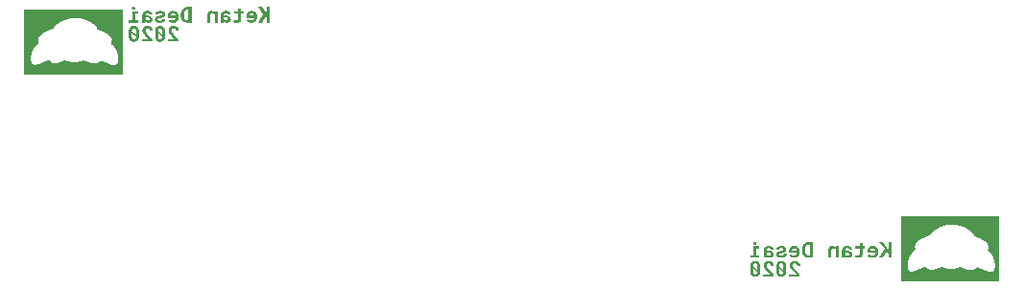
<source format=gbo>
G04*
G04 #@! TF.GenerationSoftware,Altium Limited,Altium Designer,20.1.12 (249)*
G04*
G04 Layer_Color=32896*
%FSLAX25Y25*%
%MOIN*%
G70*
G04*
G04 #@! TF.SameCoordinates,B43397F4-0A5E-4D4A-B50E-CAD48B1EF134*
G04*
G04*
G04 #@! TF.FilePolarity,Positive*
G04*
G01*
G75*
G36*
X61354Y104083D02*
Y104023D01*
Y103963D01*
Y103904D01*
Y103844D01*
Y103785D01*
Y103725D01*
Y103665D01*
Y103606D01*
Y103546D01*
Y103487D01*
Y103427D01*
Y103367D01*
Y103308D01*
Y103248D01*
Y103188D01*
Y103129D01*
Y103069D01*
Y103009D01*
Y102950D01*
Y102890D01*
Y102831D01*
Y102771D01*
Y102711D01*
Y102652D01*
Y102592D01*
Y102533D01*
Y102473D01*
Y102413D01*
Y102354D01*
Y102294D01*
Y102234D01*
Y102175D01*
Y102115D01*
Y102056D01*
Y101996D01*
Y101936D01*
Y101877D01*
Y101817D01*
Y101758D01*
Y101698D01*
Y101638D01*
Y101579D01*
Y101519D01*
Y101460D01*
Y101400D01*
Y101340D01*
Y101281D01*
Y101221D01*
Y101161D01*
Y101102D01*
Y101042D01*
Y100982D01*
Y100923D01*
Y100863D01*
Y100804D01*
Y100744D01*
Y100684D01*
Y100625D01*
Y100565D01*
Y100506D01*
Y100446D01*
Y100386D01*
Y100327D01*
Y100267D01*
Y100207D01*
Y100148D01*
Y100088D01*
Y100029D01*
Y99969D01*
Y99909D01*
Y99850D01*
Y99790D01*
Y99731D01*
Y99671D01*
Y99611D01*
Y99552D01*
Y99492D01*
Y99432D01*
Y99373D01*
Y99313D01*
Y99254D01*
Y99194D01*
Y99134D01*
Y99075D01*
Y99015D01*
Y98956D01*
Y98896D01*
Y98836D01*
Y98777D01*
Y98717D01*
Y98658D01*
Y98598D01*
Y98538D01*
Y98479D01*
Y98419D01*
Y98359D01*
Y98300D01*
Y98240D01*
Y98181D01*
Y98121D01*
Y98061D01*
Y98002D01*
Y97942D01*
Y97882D01*
Y97823D01*
Y97763D01*
Y97704D01*
Y97644D01*
Y97584D01*
Y97525D01*
Y97465D01*
Y97405D01*
Y97346D01*
Y97286D01*
Y97227D01*
Y97167D01*
Y97107D01*
Y97048D01*
Y96988D01*
Y96929D01*
Y96869D01*
Y96809D01*
Y96750D01*
Y96690D01*
Y96631D01*
Y96571D01*
Y96511D01*
Y96452D01*
Y96392D01*
Y96332D01*
Y96273D01*
Y96213D01*
Y96153D01*
Y96094D01*
Y96034D01*
Y95975D01*
Y95915D01*
Y95855D01*
Y95796D01*
Y95736D01*
Y95677D01*
Y95617D01*
Y95557D01*
Y95498D01*
Y95438D01*
Y95379D01*
Y95319D01*
Y95259D01*
Y95200D01*
Y95140D01*
Y95080D01*
Y95021D01*
Y94961D01*
Y94902D01*
Y94842D01*
Y94782D01*
Y94723D01*
Y94663D01*
Y94604D01*
Y94544D01*
Y94484D01*
Y94425D01*
Y94365D01*
Y94305D01*
Y94246D01*
Y94186D01*
Y94126D01*
Y94067D01*
Y94007D01*
Y93948D01*
Y93888D01*
Y93828D01*
Y93769D01*
Y93709D01*
Y93650D01*
Y93590D01*
Y93530D01*
Y93471D01*
Y93411D01*
Y93352D01*
Y93292D01*
Y93232D01*
Y93173D01*
Y93113D01*
Y93053D01*
Y92994D01*
Y92934D01*
Y92875D01*
Y92815D01*
Y92755D01*
Y92696D01*
Y92636D01*
Y92576D01*
Y92517D01*
Y92457D01*
Y92398D01*
Y92338D01*
Y92278D01*
Y92219D01*
Y92159D01*
Y92099D01*
Y92040D01*
Y91980D01*
Y91921D01*
Y91861D01*
Y91802D01*
Y91742D01*
Y91682D01*
Y91623D01*
Y91563D01*
Y91503D01*
Y91444D01*
Y91384D01*
Y91325D01*
Y91265D01*
Y91205D01*
Y91146D01*
Y91086D01*
Y91026D01*
Y90967D01*
Y90907D01*
Y90848D01*
Y90788D01*
Y90728D01*
Y90669D01*
Y90609D01*
Y90549D01*
Y90490D01*
Y90430D01*
Y90371D01*
Y90311D01*
Y90251D01*
Y90192D01*
Y90132D01*
Y90073D01*
Y90013D01*
Y89953D01*
Y89894D01*
Y89834D01*
Y89775D01*
Y89715D01*
Y89655D01*
Y89596D01*
Y89536D01*
Y89476D01*
Y89417D01*
Y89357D01*
Y89297D01*
Y89238D01*
Y89178D01*
Y89119D01*
Y89059D01*
Y88999D01*
Y88940D01*
Y88880D01*
Y88821D01*
Y88761D01*
Y88701D01*
Y88642D01*
Y88582D01*
Y88522D01*
Y88463D01*
Y88403D01*
Y88344D01*
Y88284D01*
Y88224D01*
Y88165D01*
Y88105D01*
Y88046D01*
Y87986D01*
Y87926D01*
Y87867D01*
Y87807D01*
Y87748D01*
Y87688D01*
Y87628D01*
Y87569D01*
Y87509D01*
Y87449D01*
Y87390D01*
Y87330D01*
Y87270D01*
Y87211D01*
Y87151D01*
Y87092D01*
Y87032D01*
Y86972D01*
Y86913D01*
Y86853D01*
Y86794D01*
Y86734D01*
Y86674D01*
Y86615D01*
Y86555D01*
Y86496D01*
Y86436D01*
Y86376D01*
Y86317D01*
Y86257D01*
Y86197D01*
Y86138D01*
Y86078D01*
Y86019D01*
Y85959D01*
Y85899D01*
Y85840D01*
Y85780D01*
Y85720D01*
Y85661D01*
Y85601D01*
Y85542D01*
Y85482D01*
Y85422D01*
Y85363D01*
Y85303D01*
Y85243D01*
Y85184D01*
Y85124D01*
Y85065D01*
Y85005D01*
Y84945D01*
Y84886D01*
Y84826D01*
Y84767D01*
Y84707D01*
Y84647D01*
Y84588D01*
Y84528D01*
Y84469D01*
Y84409D01*
Y84349D01*
Y84290D01*
Y84230D01*
Y84170D01*
Y84111D01*
Y84051D01*
Y83992D01*
Y83932D01*
Y83872D01*
Y83813D01*
Y83753D01*
Y83693D01*
Y83634D01*
Y83574D01*
Y83515D01*
Y83455D01*
Y83395D01*
Y83336D01*
Y83276D01*
Y83217D01*
Y83157D01*
Y83097D01*
Y83038D01*
Y82978D01*
Y82919D01*
Y82859D01*
Y82799D01*
Y82740D01*
Y82680D01*
Y82620D01*
Y82561D01*
Y82501D01*
Y82442D01*
Y82382D01*
Y82322D01*
Y82263D01*
Y82203D01*
Y82143D01*
Y82084D01*
Y82024D01*
Y81965D01*
Y81905D01*
Y81845D01*
Y81786D01*
Y81726D01*
Y81666D01*
Y81607D01*
X27193D01*
Y81666D01*
Y81726D01*
Y81786D01*
Y81845D01*
Y81905D01*
Y81965D01*
Y82024D01*
Y82084D01*
Y82143D01*
Y82203D01*
Y82263D01*
Y82322D01*
Y82382D01*
Y82442D01*
Y82501D01*
Y82561D01*
Y82620D01*
Y82680D01*
Y82740D01*
Y82799D01*
Y82859D01*
Y82919D01*
Y82978D01*
Y83038D01*
Y83097D01*
Y83157D01*
Y83217D01*
Y83276D01*
Y83336D01*
Y83395D01*
Y83455D01*
Y83515D01*
Y83574D01*
Y83634D01*
Y83693D01*
Y83753D01*
Y83813D01*
Y83872D01*
Y83932D01*
Y83992D01*
Y84051D01*
Y84111D01*
Y84170D01*
Y84230D01*
Y84290D01*
Y84349D01*
Y84409D01*
Y84469D01*
Y84528D01*
Y84588D01*
Y84647D01*
Y84707D01*
Y84767D01*
Y84826D01*
Y84886D01*
Y84945D01*
Y85005D01*
Y85065D01*
Y85124D01*
Y85184D01*
Y85243D01*
Y85303D01*
Y85363D01*
Y85422D01*
Y85482D01*
Y85542D01*
Y85601D01*
Y85661D01*
Y85720D01*
Y85780D01*
Y85840D01*
Y85899D01*
Y85959D01*
Y86019D01*
Y86078D01*
Y86138D01*
Y86197D01*
Y86257D01*
Y86317D01*
Y86376D01*
Y86436D01*
Y86496D01*
Y86555D01*
Y86615D01*
Y86674D01*
Y86734D01*
Y86794D01*
Y86853D01*
Y86913D01*
Y86972D01*
Y87032D01*
Y87092D01*
Y87151D01*
Y87211D01*
Y87270D01*
Y87330D01*
Y87390D01*
Y87449D01*
Y87509D01*
Y87569D01*
Y87628D01*
Y87688D01*
Y87748D01*
Y87807D01*
Y87867D01*
Y87926D01*
Y87986D01*
Y88046D01*
Y88105D01*
Y88165D01*
Y88224D01*
Y88284D01*
Y88344D01*
Y88403D01*
Y88463D01*
Y88522D01*
Y88582D01*
Y88642D01*
Y88701D01*
Y88761D01*
Y88821D01*
Y88880D01*
Y88940D01*
Y88999D01*
Y89059D01*
Y89119D01*
Y89178D01*
Y89238D01*
Y89297D01*
Y89357D01*
Y89417D01*
Y89476D01*
Y89536D01*
Y89596D01*
Y89655D01*
Y89715D01*
Y89775D01*
Y89834D01*
Y89894D01*
Y89953D01*
Y90013D01*
Y90073D01*
Y90132D01*
Y90192D01*
Y90251D01*
Y90311D01*
Y90371D01*
Y90430D01*
Y90490D01*
Y90549D01*
Y90609D01*
Y90669D01*
Y90728D01*
Y90788D01*
Y90848D01*
Y90907D01*
Y90967D01*
Y91026D01*
Y91086D01*
Y91146D01*
Y91205D01*
Y91265D01*
Y91325D01*
Y91384D01*
Y91444D01*
Y91503D01*
Y91563D01*
Y91623D01*
Y91682D01*
Y91742D01*
Y91802D01*
Y91861D01*
Y91921D01*
Y91980D01*
Y92040D01*
Y92099D01*
Y92159D01*
Y92219D01*
Y92278D01*
Y92338D01*
Y92398D01*
Y92457D01*
Y92517D01*
Y92576D01*
Y92636D01*
Y92696D01*
Y92755D01*
Y92815D01*
Y92875D01*
Y92934D01*
Y92994D01*
Y93053D01*
Y93113D01*
Y93173D01*
Y93232D01*
Y93292D01*
Y93352D01*
Y93411D01*
Y93471D01*
Y93530D01*
Y93590D01*
Y93650D01*
Y93709D01*
Y93769D01*
Y93828D01*
Y93888D01*
Y93948D01*
Y94007D01*
Y94067D01*
Y94126D01*
Y94186D01*
Y94246D01*
Y94305D01*
Y94365D01*
Y94425D01*
Y94484D01*
Y94544D01*
Y94604D01*
Y94663D01*
Y94723D01*
Y94782D01*
Y94842D01*
Y94902D01*
Y94961D01*
Y95021D01*
Y95080D01*
Y95140D01*
Y95200D01*
Y95259D01*
Y95319D01*
Y95379D01*
Y95438D01*
Y95498D01*
Y95557D01*
Y95617D01*
Y95677D01*
Y95736D01*
Y95796D01*
Y95855D01*
Y95915D01*
Y95975D01*
Y96034D01*
Y96094D01*
Y96153D01*
Y96213D01*
Y96273D01*
Y96332D01*
Y96392D01*
Y96452D01*
Y96511D01*
Y96571D01*
Y96631D01*
Y96690D01*
Y96750D01*
Y96809D01*
Y96869D01*
Y96929D01*
Y96988D01*
Y97048D01*
Y97107D01*
Y97167D01*
Y97227D01*
Y97286D01*
Y97346D01*
Y97405D01*
Y97465D01*
Y97525D01*
Y97584D01*
Y97644D01*
Y97704D01*
Y97763D01*
Y97823D01*
Y97882D01*
Y97942D01*
Y98002D01*
Y98061D01*
Y98121D01*
Y98181D01*
Y98240D01*
Y98300D01*
Y98359D01*
Y98419D01*
Y98479D01*
Y98538D01*
Y98598D01*
Y98658D01*
Y98717D01*
Y98777D01*
Y98836D01*
Y98896D01*
Y98956D01*
Y99015D01*
Y99075D01*
Y99134D01*
Y99194D01*
Y99254D01*
Y99313D01*
Y99373D01*
Y99432D01*
Y99492D01*
Y99552D01*
Y99611D01*
Y99671D01*
Y99731D01*
Y99790D01*
Y99850D01*
Y99909D01*
Y99969D01*
Y100029D01*
Y100088D01*
Y100148D01*
Y100207D01*
Y100267D01*
Y100327D01*
Y100386D01*
Y100446D01*
Y100506D01*
Y100565D01*
Y100625D01*
Y100684D01*
Y100744D01*
Y100804D01*
Y100863D01*
Y100923D01*
Y100982D01*
Y101042D01*
Y101102D01*
Y101161D01*
Y101221D01*
Y101281D01*
Y101340D01*
Y101400D01*
Y101460D01*
Y101519D01*
Y101579D01*
Y101638D01*
Y101698D01*
Y101758D01*
Y101817D01*
Y101877D01*
Y101936D01*
Y101996D01*
Y102056D01*
Y102115D01*
Y102175D01*
Y102234D01*
Y102294D01*
Y102354D01*
Y102413D01*
Y102473D01*
Y102533D01*
Y102592D01*
Y102652D01*
Y102711D01*
Y102771D01*
Y102831D01*
Y102890D01*
Y102950D01*
Y103009D01*
Y103069D01*
Y103129D01*
Y103188D01*
Y103248D01*
Y103308D01*
Y103367D01*
Y103427D01*
Y103487D01*
Y103546D01*
Y103606D01*
Y103665D01*
Y103725D01*
Y103785D01*
Y103844D01*
Y103904D01*
Y103963D01*
Y104023D01*
Y104083D01*
Y104142D01*
X61354D01*
Y104083D01*
D02*
G37*
G36*
X365854Y32083D02*
Y32023D01*
Y31963D01*
Y31904D01*
Y31844D01*
Y31785D01*
Y31725D01*
Y31665D01*
Y31606D01*
Y31546D01*
Y31486D01*
Y31427D01*
Y31367D01*
Y31308D01*
Y31248D01*
Y31188D01*
Y31129D01*
Y31069D01*
Y31010D01*
Y30950D01*
Y30890D01*
Y30831D01*
Y30771D01*
Y30711D01*
Y30652D01*
Y30592D01*
Y30533D01*
Y30473D01*
Y30413D01*
Y30354D01*
Y30294D01*
Y30235D01*
Y30175D01*
Y30115D01*
Y30056D01*
Y29996D01*
Y29936D01*
Y29877D01*
Y29817D01*
Y29758D01*
Y29698D01*
Y29638D01*
Y29579D01*
Y29519D01*
Y29460D01*
Y29400D01*
Y29340D01*
Y29281D01*
Y29221D01*
Y29161D01*
Y29102D01*
Y29042D01*
Y28982D01*
Y28923D01*
Y28863D01*
Y28804D01*
Y28744D01*
Y28684D01*
Y28625D01*
Y28565D01*
Y28506D01*
Y28446D01*
Y28386D01*
Y28327D01*
Y28267D01*
Y28207D01*
Y28148D01*
Y28088D01*
Y28029D01*
Y27969D01*
Y27909D01*
Y27850D01*
Y27790D01*
Y27731D01*
Y27671D01*
Y27611D01*
Y27552D01*
Y27492D01*
Y27433D01*
Y27373D01*
Y27313D01*
Y27254D01*
Y27194D01*
Y27134D01*
Y27075D01*
Y27015D01*
Y26956D01*
Y26896D01*
Y26836D01*
Y26777D01*
Y26717D01*
Y26658D01*
Y26598D01*
Y26538D01*
Y26479D01*
Y26419D01*
Y26359D01*
Y26300D01*
Y26240D01*
Y26180D01*
Y26121D01*
Y26061D01*
Y26002D01*
Y25942D01*
Y25882D01*
Y25823D01*
Y25763D01*
Y25704D01*
Y25644D01*
Y25584D01*
Y25525D01*
Y25465D01*
Y25405D01*
Y25346D01*
Y25286D01*
Y25227D01*
Y25167D01*
Y25107D01*
Y25048D01*
Y24988D01*
Y24929D01*
Y24869D01*
Y24809D01*
Y24750D01*
Y24690D01*
Y24631D01*
Y24571D01*
Y24511D01*
Y24452D01*
Y24392D01*
Y24332D01*
Y24273D01*
Y24213D01*
Y24153D01*
Y24094D01*
Y24034D01*
Y23975D01*
Y23915D01*
Y23855D01*
Y23796D01*
Y23736D01*
Y23677D01*
Y23617D01*
Y23557D01*
Y23498D01*
Y23438D01*
Y23379D01*
Y23319D01*
Y23259D01*
Y23200D01*
Y23140D01*
Y23080D01*
Y23021D01*
Y22961D01*
Y22902D01*
Y22842D01*
Y22782D01*
Y22723D01*
Y22663D01*
Y22603D01*
Y22544D01*
Y22484D01*
Y22425D01*
Y22365D01*
Y22305D01*
Y22246D01*
Y22186D01*
Y22127D01*
Y22067D01*
Y22007D01*
Y21948D01*
Y21888D01*
Y21828D01*
Y21769D01*
Y21709D01*
Y21650D01*
Y21590D01*
Y21530D01*
Y21471D01*
Y21411D01*
Y21351D01*
Y21292D01*
Y21232D01*
Y21173D01*
Y21113D01*
Y21053D01*
Y20994D01*
Y20934D01*
Y20875D01*
Y20815D01*
Y20755D01*
Y20696D01*
Y20636D01*
Y20576D01*
Y20517D01*
Y20457D01*
Y20398D01*
Y20338D01*
Y20278D01*
Y20219D01*
Y20159D01*
Y20099D01*
Y20040D01*
Y19980D01*
Y19921D01*
Y19861D01*
Y19802D01*
Y19742D01*
Y19682D01*
Y19623D01*
Y19563D01*
Y19503D01*
Y19444D01*
Y19384D01*
Y19324D01*
Y19265D01*
Y19205D01*
Y19146D01*
Y19086D01*
Y19026D01*
Y18967D01*
Y18907D01*
Y18848D01*
Y18788D01*
Y18728D01*
Y18669D01*
Y18609D01*
Y18550D01*
Y18490D01*
Y18430D01*
Y18371D01*
Y18311D01*
Y18251D01*
Y18192D01*
Y18132D01*
Y18073D01*
Y18013D01*
Y17953D01*
Y17894D01*
Y17834D01*
Y17774D01*
Y17715D01*
Y17655D01*
Y17596D01*
Y17536D01*
Y17476D01*
Y17417D01*
Y17357D01*
Y17298D01*
Y17238D01*
Y17178D01*
Y17119D01*
Y17059D01*
Y16999D01*
Y16940D01*
Y16880D01*
Y16821D01*
Y16761D01*
Y16701D01*
Y16642D01*
Y16582D01*
Y16522D01*
Y16463D01*
Y16403D01*
Y16344D01*
Y16284D01*
Y16224D01*
Y16165D01*
Y16105D01*
Y16046D01*
Y15986D01*
Y15926D01*
Y15867D01*
Y15807D01*
Y15747D01*
Y15688D01*
Y15628D01*
Y15569D01*
Y15509D01*
Y15449D01*
Y15390D01*
Y15330D01*
Y15270D01*
Y15211D01*
Y15151D01*
Y15092D01*
Y15032D01*
Y14973D01*
Y14913D01*
Y14853D01*
Y14794D01*
Y14734D01*
Y14674D01*
Y14615D01*
Y14555D01*
Y14495D01*
Y14436D01*
Y14376D01*
Y14317D01*
Y14257D01*
Y14197D01*
Y14138D01*
Y14078D01*
Y14019D01*
Y13959D01*
Y13899D01*
Y13840D01*
Y13780D01*
Y13721D01*
Y13661D01*
Y13601D01*
Y13542D01*
Y13482D01*
Y13422D01*
Y13363D01*
Y13303D01*
Y13243D01*
Y13184D01*
Y13124D01*
Y13065D01*
Y13005D01*
Y12946D01*
Y12886D01*
Y12826D01*
Y12767D01*
Y12707D01*
Y12647D01*
Y12588D01*
Y12528D01*
Y12468D01*
Y12409D01*
Y12349D01*
Y12290D01*
Y12230D01*
Y12170D01*
Y12111D01*
Y12051D01*
Y11992D01*
Y11932D01*
Y11872D01*
Y11813D01*
Y11753D01*
Y11693D01*
Y11634D01*
Y11574D01*
Y11515D01*
Y11455D01*
Y11395D01*
Y11336D01*
Y11276D01*
Y11216D01*
Y11157D01*
Y11097D01*
Y11038D01*
Y10978D01*
Y10919D01*
Y10859D01*
Y10799D01*
Y10740D01*
Y10680D01*
Y10620D01*
Y10561D01*
Y10501D01*
Y10441D01*
Y10382D01*
Y10322D01*
Y10263D01*
Y10203D01*
Y10143D01*
Y10084D01*
Y10024D01*
Y9965D01*
Y9905D01*
Y9845D01*
Y9786D01*
Y9726D01*
Y9667D01*
Y9607D01*
X331693D01*
Y9667D01*
Y9726D01*
Y9786D01*
Y9845D01*
Y9905D01*
Y9965D01*
Y10024D01*
Y10084D01*
Y10143D01*
Y10203D01*
Y10263D01*
Y10322D01*
Y10382D01*
Y10441D01*
Y10501D01*
Y10561D01*
Y10620D01*
Y10680D01*
Y10740D01*
Y10799D01*
Y10859D01*
Y10919D01*
Y10978D01*
Y11038D01*
Y11097D01*
Y11157D01*
Y11216D01*
Y11276D01*
Y11336D01*
Y11395D01*
Y11455D01*
Y11515D01*
Y11574D01*
Y11634D01*
Y11693D01*
Y11753D01*
Y11813D01*
Y11872D01*
Y11932D01*
Y11992D01*
Y12051D01*
Y12111D01*
Y12170D01*
Y12230D01*
Y12290D01*
Y12349D01*
Y12409D01*
Y12468D01*
Y12528D01*
Y12588D01*
Y12647D01*
Y12707D01*
Y12767D01*
Y12826D01*
Y12886D01*
Y12946D01*
Y13005D01*
Y13065D01*
Y13124D01*
Y13184D01*
Y13243D01*
Y13303D01*
Y13363D01*
Y13422D01*
Y13482D01*
Y13542D01*
Y13601D01*
Y13661D01*
Y13721D01*
Y13780D01*
Y13840D01*
Y13899D01*
Y13959D01*
Y14019D01*
Y14078D01*
Y14138D01*
Y14197D01*
Y14257D01*
Y14317D01*
Y14376D01*
Y14436D01*
Y14495D01*
Y14555D01*
Y14615D01*
Y14674D01*
Y14734D01*
Y14794D01*
Y14853D01*
Y14913D01*
Y14973D01*
Y15032D01*
Y15092D01*
Y15151D01*
Y15211D01*
Y15270D01*
Y15330D01*
Y15390D01*
Y15449D01*
Y15509D01*
Y15569D01*
Y15628D01*
Y15688D01*
Y15747D01*
Y15807D01*
Y15867D01*
Y15926D01*
Y15986D01*
Y16046D01*
Y16105D01*
Y16165D01*
Y16224D01*
Y16284D01*
Y16344D01*
Y16403D01*
Y16463D01*
Y16522D01*
Y16582D01*
Y16642D01*
Y16701D01*
Y16761D01*
Y16821D01*
Y16880D01*
Y16940D01*
Y16999D01*
Y17059D01*
Y17119D01*
Y17178D01*
Y17238D01*
Y17298D01*
Y17357D01*
Y17417D01*
Y17476D01*
Y17536D01*
Y17596D01*
Y17655D01*
Y17715D01*
Y17774D01*
Y17834D01*
Y17894D01*
Y17953D01*
Y18013D01*
Y18073D01*
Y18132D01*
Y18192D01*
Y18251D01*
Y18311D01*
Y18371D01*
Y18430D01*
Y18490D01*
Y18550D01*
Y18609D01*
Y18669D01*
Y18728D01*
Y18788D01*
Y18848D01*
Y18907D01*
Y18967D01*
Y19026D01*
Y19086D01*
Y19146D01*
Y19205D01*
Y19265D01*
Y19324D01*
Y19384D01*
Y19444D01*
Y19503D01*
Y19563D01*
Y19623D01*
Y19682D01*
Y19742D01*
Y19802D01*
Y19861D01*
Y19921D01*
Y19980D01*
Y20040D01*
Y20099D01*
Y20159D01*
Y20219D01*
Y20278D01*
Y20338D01*
Y20398D01*
Y20457D01*
Y20517D01*
Y20576D01*
Y20636D01*
Y20696D01*
Y20755D01*
Y20815D01*
Y20875D01*
Y20934D01*
Y20994D01*
Y21053D01*
Y21113D01*
Y21173D01*
Y21232D01*
Y21292D01*
Y21351D01*
Y21411D01*
Y21471D01*
Y21530D01*
Y21590D01*
Y21650D01*
Y21709D01*
Y21769D01*
Y21828D01*
Y21888D01*
Y21948D01*
Y22007D01*
Y22067D01*
Y22127D01*
Y22186D01*
Y22246D01*
Y22305D01*
Y22365D01*
Y22425D01*
Y22484D01*
Y22544D01*
Y22603D01*
Y22663D01*
Y22723D01*
Y22782D01*
Y22842D01*
Y22902D01*
Y22961D01*
Y23021D01*
Y23080D01*
Y23140D01*
Y23200D01*
Y23259D01*
Y23319D01*
Y23379D01*
Y23438D01*
Y23498D01*
Y23557D01*
Y23617D01*
Y23677D01*
Y23736D01*
Y23796D01*
Y23855D01*
Y23915D01*
Y23975D01*
Y24034D01*
Y24094D01*
Y24153D01*
Y24213D01*
Y24273D01*
Y24332D01*
Y24392D01*
Y24452D01*
Y24511D01*
Y24571D01*
Y24631D01*
Y24690D01*
Y24750D01*
Y24809D01*
Y24869D01*
Y24929D01*
Y24988D01*
Y25048D01*
Y25107D01*
Y25167D01*
Y25227D01*
Y25286D01*
Y25346D01*
Y25405D01*
Y25465D01*
Y25525D01*
Y25584D01*
Y25644D01*
Y25704D01*
Y25763D01*
Y25823D01*
Y25882D01*
Y25942D01*
Y26002D01*
Y26061D01*
Y26121D01*
Y26180D01*
Y26240D01*
Y26300D01*
Y26359D01*
Y26419D01*
Y26479D01*
Y26538D01*
Y26598D01*
Y26658D01*
Y26717D01*
Y26777D01*
Y26836D01*
Y26896D01*
Y26956D01*
Y27015D01*
Y27075D01*
Y27134D01*
Y27194D01*
Y27254D01*
Y27313D01*
Y27373D01*
Y27433D01*
Y27492D01*
Y27552D01*
Y27611D01*
Y27671D01*
Y27731D01*
Y27790D01*
Y27850D01*
Y27909D01*
Y27969D01*
Y28029D01*
Y28088D01*
Y28148D01*
Y28207D01*
Y28267D01*
Y28327D01*
Y28386D01*
Y28446D01*
Y28506D01*
Y28565D01*
Y28625D01*
Y28684D01*
Y28744D01*
Y28804D01*
Y28863D01*
Y28923D01*
Y28982D01*
Y29042D01*
Y29102D01*
Y29161D01*
Y29221D01*
Y29281D01*
Y29340D01*
Y29400D01*
Y29460D01*
Y29519D01*
Y29579D01*
Y29638D01*
Y29698D01*
Y29758D01*
Y29817D01*
Y29877D01*
Y29936D01*
Y29996D01*
Y30056D01*
Y30115D01*
Y30175D01*
Y30235D01*
Y30294D01*
Y30354D01*
Y30413D01*
Y30473D01*
Y30533D01*
Y30592D01*
Y30652D01*
Y30711D01*
Y30771D01*
Y30831D01*
Y30890D01*
Y30950D01*
Y31010D01*
Y31069D01*
Y31129D01*
Y31188D01*
Y31248D01*
Y31308D01*
Y31367D01*
Y31427D01*
Y31486D01*
Y31546D01*
Y31606D01*
Y31665D01*
Y31725D01*
Y31785D01*
Y31844D01*
Y31904D01*
Y31963D01*
Y32023D01*
Y32083D01*
Y32142D01*
X365854D01*
Y32083D01*
D02*
G37*
G36*
X65211Y105241D02*
X65285Y105232D01*
X65341Y105214D01*
X65350Y105204D01*
X65359D01*
X65433Y105167D01*
X65489Y105140D01*
X65526Y105103D01*
X65544Y105093D01*
X65591Y105038D01*
X65627Y104982D01*
X65655Y104945D01*
X65664Y104936D01*
Y104927D01*
X65683Y104853D01*
X65692Y104779D01*
X65702Y104723D01*
Y104714D01*
Y104705D01*
X65692Y104622D01*
X65683Y104548D01*
X65674Y104501D01*
X65664Y104492D01*
Y104483D01*
X65627Y104409D01*
X65591Y104353D01*
X65553Y104316D01*
X65544Y104307D01*
X65479Y104261D01*
X65424Y104224D01*
X65378Y104205D01*
X65359Y104196D01*
X65276Y104178D01*
X65193Y104168D01*
X65128Y104159D01*
X65109D01*
X65017Y104168D01*
X64934Y104187D01*
X64860Y104205D01*
X64795Y104233D01*
X64749Y104261D01*
X64712Y104289D01*
X64693Y104298D01*
X64684Y104307D01*
X64628Y104372D01*
X64591Y104437D01*
X64555Y104501D01*
X64536Y104566D01*
X64527Y104622D01*
X64517Y104668D01*
Y104696D01*
Y104705D01*
X64527Y104788D01*
X64545Y104871D01*
X64573Y104936D01*
X64601Y104992D01*
X64628Y105038D01*
X64656Y105066D01*
X64675Y105084D01*
X64684Y105093D01*
X64749Y105149D01*
X64814Y105186D01*
X64887Y105214D01*
X64952Y105232D01*
X65017Y105241D01*
X65063Y105251D01*
X65109D01*
X65211Y105241D01*
D02*
G37*
G36*
X112506Y99682D02*
X111461D01*
Y101264D01*
X110897Y101893D01*
X109565Y99682D01*
X108326D01*
X110203Y102679D01*
X108390Y105066D01*
X109667D01*
X110971Y103253D01*
X111461Y102596D01*
Y105066D01*
X112506D01*
Y99682D01*
D02*
G37*
G36*
X97438Y103734D02*
X97558Y103725D01*
X97670Y103706D01*
X97753Y103687D01*
X97817Y103669D01*
X97855Y103660D01*
X97873Y103650D01*
X97984Y103613D01*
X98086Y103567D01*
X98178Y103521D01*
X98261Y103475D01*
X98326Y103438D01*
X98373Y103401D01*
X98400Y103382D01*
X98409Y103373D01*
X98484Y103308D01*
X98548Y103244D01*
X98604Y103179D01*
X98650Y103114D01*
X98687Y103058D01*
X98715Y103012D01*
X98724Y102984D01*
X98733Y102975D01*
X98770Y102892D01*
X98798Y102799D01*
X98817Y102716D01*
X98826Y102642D01*
X98835Y102577D01*
X98844Y102531D01*
Y102494D01*
Y102485D01*
X97817D01*
X97808Y102568D01*
X97799Y102642D01*
X97771Y102698D01*
X97743Y102753D01*
X97725Y102790D01*
X97697Y102818D01*
X97688Y102836D01*
X97679Y102846D01*
X97614Y102892D01*
X97540Y102929D01*
X97466Y102947D01*
X97392Y102966D01*
X97327Y102975D01*
X97272Y102984D01*
X97216D01*
X97087Y102975D01*
X96976Y102957D01*
X96883Y102929D01*
X96809Y102901D01*
X96745Y102873D01*
X96707Y102846D01*
X96680Y102827D01*
X96671Y102818D01*
X96606Y102753D01*
X96560Y102679D01*
X96522Y102596D01*
X96504Y102522D01*
X96486Y102457D01*
X96476Y102402D01*
Y102365D01*
Y102355D01*
Y102124D01*
X97216Y102124D01*
X97383Y102106D01*
X97531Y102096D01*
X97670Y102069D01*
X97799Y102041D01*
X97910Y102013D01*
X98021Y101986D01*
X98114Y101948D01*
X98197Y101911D01*
X98261Y101884D01*
X98326Y101856D01*
X98373Y101828D01*
X98419Y101810D01*
X98447Y101791D01*
X98456Y101773D01*
X98465D01*
X98548Y101708D01*
X98622Y101634D01*
X98687Y101560D01*
X98733Y101477D01*
X98826Y101319D01*
X98881Y101162D01*
X98909Y101014D01*
X98918Y100959D01*
X98927Y100903D01*
X98937Y100866D01*
Y100829D01*
Y100811D01*
Y100801D01*
X98927Y100709D01*
X98918Y100616D01*
X98900Y100533D01*
X98881Y100468D01*
X98863Y100404D01*
X98853Y100357D01*
X98835Y100330D01*
Y100320D01*
X98743Y100172D01*
X98696Y100108D01*
X98641Y100052D01*
X98604Y100006D01*
X98567Y99969D01*
X98548Y99950D01*
X98539Y99941D01*
X98391Y99839D01*
X98252Y99756D01*
X98197Y99728D01*
X98141Y99710D01*
X98114Y99691D01*
X98104D01*
X97901Y99645D01*
X97808Y99627D01*
X97716Y99617D01*
X97642D01*
X97586Y99608D01*
X97531D01*
X97401Y99617D01*
X97290Y99627D01*
X97244Y99636D01*
X97216D01*
X97198Y99645D01*
X97189D01*
X97068Y99673D01*
X96976Y99710D01*
X96939Y99719D01*
X96911Y99728D01*
X96902Y99738D01*
X96892D01*
X96791Y99784D01*
X96717Y99830D01*
X96661Y99867D01*
X96652Y99876D01*
X96643D01*
X96560Y99941D01*
X96495Y99997D01*
X96458Y100034D01*
X96439Y100052D01*
X96421Y99978D01*
X96412Y99913D01*
X96402Y99867D01*
Y99849D01*
X96384Y99784D01*
X96356Y99728D01*
X96347Y99691D01*
X96337Y99682D01*
X95292D01*
Y99738D01*
X95338Y99858D01*
X95376Y99978D01*
X95394Y100024D01*
X95403Y100061D01*
X95412Y100089D01*
Y100098D01*
X95422Y100182D01*
X95431Y100274D01*
X95440Y100357D01*
Y100450D01*
X95450Y100524D01*
Y100579D01*
Y100616D01*
Y100635D01*
Y102355D01*
X95459Y102476D01*
X95468Y102596D01*
X95486Y102698D01*
X95514Y102781D01*
X95542Y102855D01*
X95560Y102910D01*
X95570Y102947D01*
X95579Y102957D01*
X95635Y103049D01*
X95690Y103142D01*
X95745Y103216D01*
X95810Y103280D01*
X95856Y103327D01*
X95903Y103373D01*
X95930Y103391D01*
X95940Y103401D01*
X96125Y103512D01*
X96217Y103558D01*
X96301Y103595D01*
X96374Y103623D01*
X96430Y103641D01*
X96467Y103660D01*
X96486D01*
X96717Y103715D01*
X96837Y103734D01*
X96939Y103743D01*
X97031Y103752D01*
X97309D01*
X97438Y103734D01*
D02*
G37*
G36*
X70188Y103734D02*
X70308Y103724D01*
X70419Y103706D01*
X70502Y103687D01*
X70567Y103669D01*
X70604Y103660D01*
X70622Y103650D01*
X70733Y103613D01*
X70835Y103567D01*
X70928Y103521D01*
X71011Y103475D01*
X71076Y103438D01*
X71122Y103401D01*
X71150Y103382D01*
X71159Y103373D01*
X71233Y103308D01*
X71298Y103243D01*
X71353Y103179D01*
X71399Y103114D01*
X71437Y103058D01*
X71464Y103012D01*
X71473Y102984D01*
X71483Y102975D01*
X71520Y102892D01*
X71548Y102799D01*
X71566Y102716D01*
X71575Y102642D01*
X71584Y102577D01*
X71594Y102531D01*
Y102494D01*
Y102485D01*
X70567D01*
X70558Y102568D01*
X70548Y102642D01*
X70521Y102698D01*
X70493Y102753D01*
X70474Y102790D01*
X70447Y102818D01*
X70438Y102836D01*
X70428Y102846D01*
X70363Y102892D01*
X70289Y102929D01*
X70215Y102947D01*
X70142Y102966D01*
X70077Y102975D01*
X70021Y102984D01*
X69966D01*
X69836Y102975D01*
X69725Y102957D01*
X69633Y102929D01*
X69559Y102901D01*
X69494Y102873D01*
X69457Y102846D01*
X69429Y102827D01*
X69420Y102818D01*
X69355Y102753D01*
X69309Y102679D01*
X69272Y102596D01*
X69253Y102522D01*
X69235Y102457D01*
X69226Y102402D01*
Y102365D01*
Y102355D01*
Y102124D01*
X69966D01*
X70132Y102106D01*
X70280Y102096D01*
X70419Y102069D01*
X70548Y102041D01*
X70660Y102013D01*
X70771Y101985D01*
X70863Y101948D01*
X70946Y101911D01*
X71011Y101884D01*
X71076Y101856D01*
X71122Y101828D01*
X71168Y101810D01*
X71196Y101791D01*
X71205Y101773D01*
X71214D01*
X71298Y101708D01*
X71372Y101634D01*
X71437Y101560D01*
X71483Y101477D01*
X71575Y101319D01*
X71631Y101162D01*
X71658Y101014D01*
X71668Y100959D01*
X71677Y100903D01*
X71686Y100866D01*
Y100829D01*
Y100811D01*
Y100801D01*
X71677Y100709D01*
X71668Y100616D01*
X71649Y100533D01*
X71631Y100468D01*
X71612Y100404D01*
X71603Y100357D01*
X71584Y100330D01*
Y100320D01*
X71492Y100172D01*
X71446Y100108D01*
X71390Y100052D01*
X71353Y100006D01*
X71316Y99969D01*
X71298Y99950D01*
X71289Y99941D01*
X71140Y99839D01*
X71002Y99756D01*
X70946Y99728D01*
X70891Y99710D01*
X70863Y99691D01*
X70854D01*
X70650Y99645D01*
X70558Y99627D01*
X70465Y99617D01*
X70391D01*
X70336Y99608D01*
X70280D01*
X70151Y99617D01*
X70040Y99627D01*
X69994Y99636D01*
X69966D01*
X69947Y99645D01*
X69938D01*
X69818Y99673D01*
X69725Y99710D01*
X69688Y99719D01*
X69661Y99728D01*
X69651Y99738D01*
X69642D01*
X69540Y99784D01*
X69466Y99830D01*
X69411Y99867D01*
X69402Y99876D01*
X69392D01*
X69309Y99941D01*
X69244Y99997D01*
X69207Y100034D01*
X69189Y100052D01*
X69170Y99978D01*
X69161Y99913D01*
X69152Y99867D01*
Y99849D01*
X69133Y99784D01*
X69105Y99728D01*
X69096Y99691D01*
X69087Y99682D01*
X68042D01*
Y99738D01*
X68088Y99858D01*
X68125Y99978D01*
X68143Y100024D01*
X68153Y100061D01*
X68162Y100089D01*
Y100098D01*
X68171Y100182D01*
X68181Y100274D01*
X68190Y100357D01*
Y100450D01*
X68199Y100524D01*
Y100579D01*
Y100616D01*
Y100635D01*
Y102355D01*
X68208Y102476D01*
X68217Y102596D01*
X68236Y102698D01*
X68264Y102781D01*
X68291Y102855D01*
X68310Y102910D01*
X68319Y102947D01*
X68328Y102957D01*
X68384Y103049D01*
X68440Y103142D01*
X68495Y103216D01*
X68560Y103280D01*
X68606Y103327D01*
X68652Y103373D01*
X68680Y103391D01*
X68689Y103401D01*
X68874Y103512D01*
X68967Y103558D01*
X69050Y103595D01*
X69124Y103623D01*
X69179Y103641D01*
X69217Y103660D01*
X69235D01*
X69466Y103715D01*
X69586Y103734D01*
X69688Y103743D01*
X69781Y103752D01*
X70058D01*
X70188Y103734D01*
D02*
G37*
G36*
X102516Y103678D02*
X103432D01*
Y102920D01*
X102516D01*
Y101098D01*
X102507Y100959D01*
X102498Y100829D01*
X102480Y100709D01*
X102461Y100616D01*
X102443Y100533D01*
X102433Y100478D01*
X102415Y100431D01*
Y100422D01*
X102368Y100320D01*
X102322Y100228D01*
X102276Y100145D01*
X102230Y100080D01*
X102193Y100024D01*
X102156Y99988D01*
X102137Y99960D01*
X102128Y99950D01*
X101971Y99839D01*
X101823Y99756D01*
X101758Y99728D01*
X101712Y99710D01*
X101675Y99691D01*
X101665D01*
X101462Y99645D01*
X101360Y99627D01*
X101268Y99617D01*
X101184D01*
X101120Y99608D01*
X100944D01*
X100833Y99617D01*
X100787D01*
X100750Y99627D01*
X100722D01*
X100593Y99645D01*
X100491Y99654D01*
X100444Y99664D01*
X100417Y99673D01*
X100389D01*
X100269Y99691D01*
X100167Y99710D01*
X100130Y99719D01*
X100102Y99728D01*
X100084Y99738D01*
X100075D01*
X99973Y99775D01*
X99889Y99812D01*
X99843Y99839D01*
X99825Y99849D01*
X99927Y100552D01*
X99982Y100542D01*
X100038Y100524D01*
X100075Y100515D01*
X100093D01*
X100167Y100505D01*
X100232Y100487D01*
X100287Y100478D01*
X100306D01*
X100389Y100468D01*
X100463Y100459D01*
X100528Y100450D01*
X100546D01*
X100629Y100441D01*
X100777D01*
X100898Y100450D01*
X100990Y100459D01*
X101027Y100468D01*
X101046D01*
X101064Y100478D01*
X101074D01*
X101166Y100515D01*
X101231Y100552D01*
X101277Y100589D01*
X101295Y100598D01*
X101360Y100672D01*
X101407Y100755D01*
X101434Y100811D01*
X101444Y100829D01*
Y100838D01*
X101471Y100959D01*
X101480Y101079D01*
X101490Y101125D01*
Y101162D01*
Y101190D01*
Y101199D01*
Y102920D01*
X100001D01*
Y103678D01*
X101490D01*
Y104659D01*
X102516D01*
Y103678D01*
D02*
G37*
G36*
X106244Y103743D02*
X106392Y103725D01*
X106522Y103706D01*
X106642Y103678D01*
X106735Y103641D01*
X106808Y103623D01*
X106855Y103604D01*
X106873Y103595D01*
X107003Y103530D01*
X107114Y103465D01*
X107225Y103392D01*
X107308Y103327D01*
X107382Y103262D01*
X107438Y103216D01*
X107475Y103179D01*
X107484Y103170D01*
X107576Y103068D01*
X107659Y102957D01*
X107724Y102846D01*
X107780Y102744D01*
X107826Y102661D01*
X107863Y102587D01*
X107881Y102541D01*
X107891Y102522D01*
X107937Y102374D01*
X107974Y102235D01*
X107992Y102096D01*
X108011Y101967D01*
X108020Y101856D01*
X108029Y101763D01*
Y101708D01*
Y101699D01*
Y101689D01*
Y101541D01*
X108020Y101393D01*
X108002Y101255D01*
X107983Y101125D01*
X107956Y101014D01*
X107928Y100912D01*
X107900Y100848D01*
X107891Y100801D01*
X107881Y100783D01*
X107817Y100653D01*
X107752Y100542D01*
X107687Y100431D01*
X107613Y100339D01*
X107558Y100265D01*
X107511Y100209D01*
X107475Y100172D01*
X107465Y100163D01*
X107363Y100071D01*
X107253Y99988D01*
X107141Y99923D01*
X107040Y99867D01*
X106947Y99821D01*
X106883Y99784D01*
X106836Y99765D01*
X106818Y99756D01*
X106670Y99710D01*
X106522Y99673D01*
X106383Y99645D01*
X106254Y99627D01*
X106142Y99617D01*
X106050Y99608D01*
X105976D01*
X105763Y99617D01*
X105671Y99627D01*
X105587Y99645D01*
X105523Y99654D01*
X105476Y99664D01*
X105439Y99673D01*
X105430D01*
X105245Y99719D01*
X105171Y99747D01*
X105097Y99775D01*
X105042Y99793D01*
X105005Y99812D01*
X104977Y99830D01*
X104968D01*
X104820Y99914D01*
X104764Y99950D01*
X104709Y99988D01*
X104663Y100015D01*
X104635Y100043D01*
X104616Y100052D01*
X104607Y100062D01*
X104496Y100154D01*
X104422Y100247D01*
X104385Y100284D01*
X104367Y100302D01*
X104348Y100320D01*
Y100330D01*
X104866Y100885D01*
X104931Y100811D01*
X104996Y100746D01*
X105051Y100700D01*
X105060Y100681D01*
X105069D01*
X105162Y100626D01*
X105245Y100579D01*
X105282Y100561D01*
X105301Y100552D01*
X105319Y100542D01*
X105329D01*
X105430Y100505D01*
X105523Y100478D01*
X105560Y100468D01*
X105587D01*
X105606Y100459D01*
X105615D01*
X105726Y100441D01*
X105819Y100431D01*
X105911D01*
X106069Y100441D01*
X106133Y100450D01*
X106198Y100468D01*
X106244Y100478D01*
X106281Y100487D01*
X106309Y100496D01*
X106318D01*
X106439Y100552D01*
X106540Y100616D01*
X106577Y100644D01*
X106605Y100663D01*
X106623Y100672D01*
X106633Y100681D01*
X106725Y100774D01*
X106799Y100866D01*
X106827Y100912D01*
X106845Y100940D01*
X106864Y100959D01*
Y100968D01*
X106920Y101098D01*
X106957Y101227D01*
X106966Y101273D01*
X106975Y101310D01*
X106984Y101338D01*
Y101347D01*
X104265D01*
Y101782D01*
X104274Y101948D01*
X104283Y102096D01*
X104302Y102235D01*
X104330Y102355D01*
X104357Y102448D01*
X104376Y102522D01*
X104385Y102568D01*
X104394Y102587D01*
X104440Y102716D01*
X104505Y102836D01*
X104561Y102938D01*
X104616Y103031D01*
X104672Y103105D01*
X104718Y103160D01*
X104746Y103197D01*
X104755Y103206D01*
X104848Y103299D01*
X104940Y103382D01*
X105042Y103447D01*
X105125Y103502D01*
X105208Y103549D01*
X105273Y103576D01*
X105310Y103595D01*
X105329Y103604D01*
X105458Y103650D01*
X105587Y103687D01*
X105717Y103715D01*
X105837Y103734D01*
X105939Y103743D01*
X106022Y103752D01*
X106096D01*
X106244Y103743D01*
D02*
G37*
G36*
X78994Y103743D02*
X79142Y103724D01*
X79271Y103706D01*
X79391Y103678D01*
X79484Y103641D01*
X79558Y103623D01*
X79604Y103604D01*
X79623Y103595D01*
X79752Y103530D01*
X79863Y103465D01*
X79974Y103391D01*
X80058Y103327D01*
X80132Y103262D01*
X80187Y103216D01*
X80224Y103179D01*
X80233Y103169D01*
X80326Y103068D01*
X80409Y102957D01*
X80474Y102846D01*
X80529Y102744D01*
X80576Y102661D01*
X80612Y102587D01*
X80631Y102540D01*
X80640Y102522D01*
X80686Y102374D01*
X80724Y102235D01*
X80742Y102096D01*
X80761Y101967D01*
X80770Y101856D01*
X80779Y101763D01*
Y101708D01*
Y101699D01*
Y101689D01*
Y101541D01*
X80770Y101393D01*
X80751Y101255D01*
X80733Y101125D01*
X80705Y101014D01*
X80677Y100912D01*
X80650Y100848D01*
X80640Y100801D01*
X80631Y100783D01*
X80566Y100653D01*
X80502Y100542D01*
X80437Y100431D01*
X80363Y100339D01*
X80307Y100265D01*
X80261Y100209D01*
X80224Y100172D01*
X80215Y100163D01*
X80113Y100071D01*
X80002Y99987D01*
X79891Y99923D01*
X79789Y99867D01*
X79697Y99821D01*
X79632Y99784D01*
X79586Y99765D01*
X79567Y99756D01*
X79419Y99710D01*
X79271Y99673D01*
X79132Y99645D01*
X79003Y99627D01*
X78892Y99617D01*
X78799Y99608D01*
X78725D01*
X78513Y99617D01*
X78420Y99627D01*
X78337Y99645D01*
X78272Y99654D01*
X78226Y99664D01*
X78189Y99673D01*
X78180D01*
X77995Y99719D01*
X77921Y99747D01*
X77847Y99775D01*
X77791Y99793D01*
X77754Y99812D01*
X77727Y99830D01*
X77717D01*
X77569Y99913D01*
X77514Y99950D01*
X77458Y99987D01*
X77412Y100015D01*
X77384Y100043D01*
X77366Y100052D01*
X77356Y100061D01*
X77245Y100154D01*
X77171Y100246D01*
X77135Y100283D01*
X77116Y100302D01*
X77097Y100320D01*
Y100330D01*
X77615Y100885D01*
X77680Y100811D01*
X77745Y100746D01*
X77801Y100700D01*
X77810Y100681D01*
X77819D01*
X77912Y100626D01*
X77995Y100579D01*
X78032Y100561D01*
X78050Y100552D01*
X78069Y100542D01*
X78078D01*
X78180Y100505D01*
X78272Y100478D01*
X78309Y100468D01*
X78337D01*
X78355Y100459D01*
X78365D01*
X78476Y100441D01*
X78568Y100431D01*
X78661D01*
X78818Y100441D01*
X78883Y100450D01*
X78948Y100468D01*
X78994Y100478D01*
X79031Y100487D01*
X79058Y100496D01*
X79068D01*
X79188Y100552D01*
X79290Y100616D01*
X79327Y100644D01*
X79355Y100663D01*
X79373Y100672D01*
X79382Y100681D01*
X79475Y100774D01*
X79549Y100866D01*
X79576Y100912D01*
X79595Y100940D01*
X79614Y100959D01*
Y100968D01*
X79669Y101097D01*
X79706Y101227D01*
X79715Y101273D01*
X79725Y101310D01*
X79734Y101338D01*
Y101347D01*
X77014D01*
Y101782D01*
X77024Y101948D01*
X77033Y102096D01*
X77051Y102235D01*
X77079Y102355D01*
X77107Y102448D01*
X77125Y102522D01*
X77135Y102568D01*
X77144Y102587D01*
X77190Y102716D01*
X77255Y102836D01*
X77310Y102938D01*
X77366Y103031D01*
X77421Y103105D01*
X77468Y103160D01*
X77495Y103197D01*
X77504Y103206D01*
X77597Y103299D01*
X77689Y103382D01*
X77791Y103447D01*
X77874Y103502D01*
X77958Y103549D01*
X78022Y103576D01*
X78060Y103595D01*
X78078Y103604D01*
X78207Y103650D01*
X78337Y103687D01*
X78466Y103715D01*
X78587Y103734D01*
X78689Y103743D01*
X78772Y103752D01*
X78846D01*
X78994Y103743D01*
D02*
G37*
G36*
X92240D02*
X92360Y103724D01*
X92480Y103697D01*
X92573Y103669D01*
X92656Y103641D01*
X92721Y103613D01*
X92758Y103595D01*
X92776Y103586D01*
X92887Y103521D01*
X92989Y103447D01*
X93081Y103373D01*
X93155Y103299D01*
X93220Y103225D01*
X93266Y103169D01*
X93294Y103132D01*
X93304Y103123D01*
X93359Y103678D01*
X94293D01*
Y99682D01*
X93266D01*
Y102522D01*
X93165Y102642D01*
X93072Y102735D01*
X93026Y102762D01*
X92989Y102790D01*
X92971Y102809D01*
X92961D01*
X92887Y102846D01*
X92813Y102873D01*
X92665Y102910D01*
X92610D01*
X92563Y102920D01*
X92517D01*
X92397Y102910D01*
X92295Y102901D01*
X92258Y102892D01*
X92230D01*
X92212Y102883D01*
X92203D01*
X92101Y102846D01*
X92027Y102809D01*
X91981Y102772D01*
X91962Y102753D01*
X91897Y102679D01*
X91842Y102605D01*
X91824Y102568D01*
X91814Y102540D01*
X91805Y102522D01*
Y102513D01*
X91768Y102392D01*
X91759Y102263D01*
X91750Y102207D01*
Y102161D01*
Y102133D01*
Y102124D01*
Y99682D01*
X90723D01*
Y102143D01*
Y102300D01*
X90741Y102439D01*
X90750Y102568D01*
X90769Y102679D01*
X90788Y102762D01*
X90806Y102827D01*
X90815Y102873D01*
X90825Y102883D01*
X90861Y102994D01*
X90908Y103086D01*
X90963Y103179D01*
X91009Y103243D01*
X91047Y103308D01*
X91084Y103345D01*
X91102Y103373D01*
X91111Y103382D01*
X91176Y103447D01*
X91250Y103512D01*
X91324Y103558D01*
X91398Y103595D01*
X91453Y103623D01*
X91500Y103641D01*
X91537Y103660D01*
X91546D01*
X91740Y103715D01*
X91833Y103734D01*
X91916Y103743D01*
X91990Y103752D01*
X92101D01*
X92240Y103743D01*
D02*
G37*
G36*
X85274Y99682D02*
X83822D01*
X83637Y99691D01*
X83461Y99710D01*
X83304Y99738D01*
X83166Y99775D01*
X83045Y99802D01*
X82962Y99830D01*
X82907Y99849D01*
X82888Y99858D01*
X82731Y99932D01*
X82592Y100015D01*
X82472Y100098D01*
X82361Y100182D01*
X82278Y100256D01*
X82213Y100311D01*
X82166Y100348D01*
X82157Y100367D01*
X82046Y100496D01*
X81954Y100626D01*
X81871Y100755D01*
X81806Y100875D01*
X81750Y100986D01*
X81713Y101070D01*
X81695Y101125D01*
X81686Y101134D01*
Y101144D01*
X81630Y101319D01*
X81593Y101495D01*
X81556Y101662D01*
X81537Y101810D01*
X81528Y101948D01*
X81519Y102050D01*
Y102087D01*
Y102115D01*
Y102133D01*
Y102143D01*
Y102587D01*
X81528Y102790D01*
X81547Y102975D01*
X81574Y103142D01*
X81602Y103290D01*
X81630Y103410D01*
X81658Y103502D01*
X81667Y103539D01*
X81676Y103567D01*
X81686Y103576D01*
Y103586D01*
X81750Y103752D01*
X81833Y103900D01*
X81907Y104030D01*
X81991Y104141D01*
X82055Y104233D01*
X82111Y104307D01*
X82148Y104344D01*
X82166Y104363D01*
X82287Y104483D01*
X82407Y104585D01*
X82537Y104677D01*
X82648Y104751D01*
X82749Y104807D01*
X82832Y104844D01*
X82888Y104871D01*
X82897Y104881D01*
X82907D01*
X83073Y104945D01*
X83240Y104992D01*
X83406Y105019D01*
X83554Y105047D01*
X83684Y105056D01*
X83785Y105066D01*
X85274D01*
Y99682D01*
D02*
G37*
G36*
X66774Y102836D02*
X65627D01*
Y100515D01*
X66774D01*
Y99682D01*
X63509D01*
Y100515D01*
X64591D01*
Y103678D01*
X66774D01*
Y102836D01*
D02*
G37*
G36*
X74628Y103734D02*
X74757Y103724D01*
X74859Y103706D01*
X74951Y103687D01*
X75016Y103669D01*
X75053Y103660D01*
X75072Y103650D01*
X75183Y103613D01*
X75284Y103567D01*
X75377Y103521D01*
X75460Y103484D01*
X75525Y103447D01*
X75571Y103410D01*
X75599Y103391D01*
X75608Y103382D01*
X75682Y103317D01*
X75756Y103253D01*
X75812Y103188D01*
X75858Y103123D01*
X75904Y103068D01*
X75932Y103021D01*
X75941Y102994D01*
X75950Y102984D01*
X75987Y102901D01*
X76015Y102818D01*
X76043Y102735D01*
X76052Y102670D01*
X76061Y102605D01*
X76071Y102559D01*
Y102522D01*
Y102513D01*
X76061Y102420D01*
X76052Y102337D01*
X76034Y102263D01*
X76015Y102189D01*
X75997Y102133D01*
X75978Y102096D01*
X75960Y102069D01*
Y102059D01*
X75858Y101921D01*
X75756Y101819D01*
X75710Y101773D01*
X75673Y101745D01*
X75645Y101726D01*
X75636Y101717D01*
X75469Y101615D01*
X75386Y101569D01*
X75303Y101532D01*
X75238Y101504D01*
X75183Y101477D01*
X75146Y101467D01*
X75137Y101458D01*
X74914Y101384D01*
X74804Y101356D01*
X74702Y101329D01*
X74619Y101310D01*
X74545Y101292D01*
X74507Y101282D01*
X74489D01*
X74387Y101264D01*
X74304Y101245D01*
X74221Y101227D01*
X74156Y101218D01*
X74110Y101199D01*
X74063Y101190D01*
X74045Y101181D01*
X74036D01*
X73915Y101144D01*
X73814Y101107D01*
X73786Y101097D01*
X73758Y101079D01*
X73749Y101070D01*
X73740D01*
X73666Y101023D01*
X73620Y100977D01*
X73601Y100940D01*
X73592Y100931D01*
X73564Y100875D01*
X73555Y100829D01*
X73545Y100792D01*
Y100774D01*
X73555Y100709D01*
X73573Y100644D01*
X73610Y100589D01*
X73647Y100542D01*
X73684Y100505D01*
X73721Y100478D01*
X73740Y100468D01*
X73749Y100459D01*
X73832Y100422D01*
X73925Y100394D01*
X74110Y100357D01*
X74193Y100348D01*
X74258Y100339D01*
X74322D01*
X74443Y100348D01*
X74545Y100357D01*
X74591D01*
X74619Y100367D01*
X74646D01*
X74757Y100404D01*
X74850Y100441D01*
X74887Y100450D01*
X74914Y100468D01*
X74924Y100478D01*
X74933D01*
X75016Y100542D01*
X75081Y100598D01*
X75118Y100644D01*
X75137Y100663D01*
X75183Y100755D01*
X75201Y100848D01*
X75210Y100894D01*
X75220Y100922D01*
Y100940D01*
Y100949D01*
X76200D01*
X76191Y100857D01*
X76182Y100764D01*
X76163Y100681D01*
X76135Y100607D01*
X76117Y100552D01*
X76099Y100505D01*
X76089Y100468D01*
X76080Y100459D01*
X76034Y100376D01*
X75978Y100293D01*
X75914Y100219D01*
X75858Y100154D01*
X75812Y100098D01*
X75766Y100061D01*
X75738Y100034D01*
X75728Y100024D01*
X75636Y99960D01*
X75534Y99895D01*
X75442Y99849D01*
X75349Y99802D01*
X75266Y99765D01*
X75201Y99738D01*
X75164Y99728D01*
X75146Y99719D01*
X75016Y99682D01*
X74878Y99654D01*
X74739Y99636D01*
X74619Y99627D01*
X74507Y99617D01*
X74424Y99608D01*
X74202D01*
X74054Y99617D01*
X73934Y99636D01*
X73823Y99654D01*
X73730Y99664D01*
X73656Y99682D01*
X73620Y99691D01*
X73601D01*
X73481Y99728D01*
X73370Y99765D01*
X73277Y99812D01*
X73194Y99849D01*
X73129Y99886D01*
X73074Y99913D01*
X73046Y99932D01*
X73037Y99941D01*
X72953Y100006D01*
X72879Y100071D01*
X72824Y100135D01*
X72768Y100200D01*
X72732Y100246D01*
X72704Y100293D01*
X72685Y100320D01*
X72676Y100330D01*
X72630Y100413D01*
X72602Y100496D01*
X72574Y100579D01*
X72565Y100663D01*
X72556Y100727D01*
X72546Y100774D01*
Y100811D01*
Y100820D01*
X72556Y100922D01*
X72565Y101014D01*
X72584Y101097D01*
X72611Y101171D01*
X72639Y101227D01*
X72658Y101273D01*
X72667Y101301D01*
X72676Y101310D01*
X72787Y101458D01*
X72843Y101514D01*
X72898Y101569D01*
X72953Y101615D01*
X72991Y101643D01*
X73018Y101662D01*
X73027Y101671D01*
X73203Y101773D01*
X73296Y101810D01*
X73379Y101847D01*
X73453Y101874D01*
X73509Y101893D01*
X73545Y101911D01*
X73564D01*
X73804Y101976D01*
X73915Y101995D01*
X74017Y102022D01*
X74110Y102041D01*
X74174Y102050D01*
X74221Y102059D01*
X74239D01*
X74332Y102078D01*
X74406Y102087D01*
X74480Y102106D01*
X74545Y102115D01*
X74591Y102124D01*
X74628Y102133D01*
X74646Y102143D01*
X74655D01*
X74766Y102180D01*
X74840Y102217D01*
X74896Y102244D01*
X74905Y102254D01*
X74914D01*
X74970Y102300D01*
X75016Y102346D01*
X75035Y102383D01*
X75044Y102392D01*
X75063Y102457D01*
X75072Y102503D01*
X75081Y102540D01*
Y102559D01*
X75072Y102633D01*
X75053Y102688D01*
X74989Y102790D01*
X74951Y102827D01*
X74924Y102864D01*
X74905Y102873D01*
X74896Y102883D01*
X74822Y102929D01*
X74730Y102957D01*
X74554Y102994D01*
X74471Y103003D01*
X74406Y103012D01*
X74350D01*
X74221Y103003D01*
X74101Y102984D01*
X74008Y102966D01*
X73925Y102938D01*
X73860Y102901D01*
X73823Y102883D01*
X73795Y102864D01*
X73786Y102855D01*
X73721Y102790D01*
X73675Y102725D01*
X73638Y102661D01*
X73620Y102605D01*
X73601Y102550D01*
X73592Y102503D01*
Y102476D01*
Y102466D01*
X72565D01*
X72574Y102568D01*
X72584Y102661D01*
X72602Y102753D01*
X72620Y102827D01*
X72648Y102892D01*
X72667Y102938D01*
X72676Y102966D01*
X72685Y102975D01*
X72732Y103058D01*
X72787Y103142D01*
X72852Y103206D01*
X72907Y103271D01*
X72953Y103317D01*
X73000Y103354D01*
X73027Y103373D01*
X73037Y103382D01*
X73129Y103447D01*
X73222Y103502D01*
X73314Y103549D01*
X73407Y103586D01*
X73481Y103613D01*
X73545Y103632D01*
X73583Y103650D01*
X73601D01*
X73730Y103687D01*
X73860Y103706D01*
X73980Y103724D01*
X74101Y103743D01*
X74202D01*
X74276Y103752D01*
X74498D01*
X74628Y103734D01*
D02*
G37*
G36*
X79142Y98522D02*
X79290Y98513D01*
X79428Y98485D01*
X79540Y98467D01*
X79632Y98439D01*
X79706Y98411D01*
X79752Y98402D01*
X79771Y98393D01*
X79900Y98337D01*
X80011Y98273D01*
X80113Y98208D01*
X80206Y98152D01*
X80270Y98097D01*
X80326Y98050D01*
X80363Y98023D01*
X80372Y98014D01*
X80465Y97921D01*
X80538Y97829D01*
X80603Y97727D01*
X80659Y97644D01*
X80705Y97560D01*
X80733Y97505D01*
X80751Y97468D01*
X80761Y97449D01*
X80807Y97329D01*
X80835Y97209D01*
X80862Y97098D01*
X80871Y96996D01*
X80881Y96904D01*
X80890Y96839D01*
Y96793D01*
Y96774D01*
X79863D01*
X79854Y96922D01*
X79835Y97061D01*
X79799Y97172D01*
X79761Y97264D01*
X79725Y97338D01*
X79688Y97385D01*
X79669Y97421D01*
X79660Y97431D01*
X79567Y97514D01*
X79466Y97570D01*
X79364Y97616D01*
X79262Y97644D01*
X79169Y97662D01*
X79096Y97671D01*
X79022D01*
X78910Y97662D01*
X78818Y97644D01*
X78781Y97634D01*
X78753Y97625D01*
X78744Y97616D01*
X78735D01*
X78642Y97570D01*
X78568Y97523D01*
X78522Y97486D01*
X78504Y97477D01*
Y97468D01*
X78439Y97394D01*
X78402Y97311D01*
X78374Y97255D01*
X78365Y97237D01*
Y97227D01*
X78328Y97116D01*
X78319Y97014D01*
X78309Y96978D01*
Y96940D01*
Y96922D01*
Y96913D01*
X78319Y96820D01*
X78328Y96737D01*
X78337Y96672D01*
X78346Y96663D01*
Y96654D01*
X78383Y96552D01*
X78420Y96469D01*
X78448Y96432D01*
X78457Y96404D01*
X78476Y96386D01*
Y96376D01*
X78550Y96265D01*
X78614Y96154D01*
X78651Y96108D01*
X78670Y96071D01*
X78689Y96052D01*
X78698Y96043D01*
X78809Y95904D01*
X78920Y95775D01*
X78966Y95729D01*
X79003Y95683D01*
X79031Y95655D01*
X79040Y95645D01*
X80788Y93768D01*
Y93074D01*
X77107D01*
Y93897D01*
X79475D01*
X78457Y94970D01*
X78272Y95165D01*
X78198Y95248D01*
X78124Y95322D01*
X78069Y95386D01*
X78022Y95442D01*
X77995Y95470D01*
X77986Y95479D01*
X77838Y95664D01*
X77773Y95738D01*
X77717Y95812D01*
X77680Y95877D01*
X77643Y95923D01*
X77625Y95951D01*
X77615Y95960D01*
X77514Y96136D01*
X77468Y96219D01*
X77440Y96293D01*
X77412Y96349D01*
X77394Y96404D01*
X77375Y96432D01*
Y96441D01*
X77329Y96626D01*
X77310Y96709D01*
X77301Y96793D01*
X77292Y96857D01*
Y96904D01*
Y96940D01*
Y96950D01*
Y97079D01*
X77310Y97199D01*
X77329Y97311D01*
X77347Y97403D01*
X77366Y97477D01*
X77384Y97542D01*
X77394Y97579D01*
X77403Y97588D01*
X77449Y97699D01*
X77495Y97791D01*
X77551Y97875D01*
X77606Y97949D01*
X77653Y98004D01*
X77689Y98050D01*
X77717Y98078D01*
X77727Y98088D01*
X77810Y98162D01*
X77902Y98226D01*
X77986Y98282D01*
X78078Y98328D01*
X78152Y98365D01*
X78207Y98393D01*
X78245Y98402D01*
X78263Y98411D01*
X78383Y98448D01*
X78504Y98485D01*
X78633Y98504D01*
X78744Y98513D01*
X78837Y98522D01*
X78920Y98532D01*
X78984D01*
X79142Y98522D01*
D02*
G37*
G36*
X70058D02*
X70206Y98513D01*
X70345Y98485D01*
X70456Y98467D01*
X70548Y98439D01*
X70622Y98411D01*
X70669Y98402D01*
X70687Y98393D01*
X70817Y98337D01*
X70928Y98273D01*
X71030Y98208D01*
X71122Y98152D01*
X71187Y98097D01*
X71242Y98050D01*
X71279Y98023D01*
X71289Y98014D01*
X71381Y97921D01*
X71455Y97829D01*
X71520Y97727D01*
X71575Y97644D01*
X71622Y97560D01*
X71649Y97505D01*
X71668Y97468D01*
X71677Y97449D01*
X71723Y97329D01*
X71751Y97209D01*
X71779Y97098D01*
X71788Y96996D01*
X71797Y96904D01*
X71807Y96839D01*
Y96793D01*
Y96774D01*
X70780D01*
X70771Y96922D01*
X70752Y97061D01*
X70715Y97172D01*
X70678Y97264D01*
X70641Y97338D01*
X70604Y97385D01*
X70586Y97421D01*
X70576Y97431D01*
X70484Y97514D01*
X70382Y97570D01*
X70280Y97616D01*
X70179Y97644D01*
X70086Y97662D01*
X70012Y97671D01*
X69938D01*
X69827Y97662D01*
X69735Y97644D01*
X69697Y97634D01*
X69670Y97625D01*
X69661Y97616D01*
X69651D01*
X69559Y97570D01*
X69485Y97523D01*
X69438Y97486D01*
X69420Y97477D01*
Y97468D01*
X69355Y97394D01*
X69318Y97311D01*
X69291Y97255D01*
X69281Y97237D01*
Y97227D01*
X69244Y97116D01*
X69235Y97014D01*
X69226Y96978D01*
Y96940D01*
Y96922D01*
Y96913D01*
X69235Y96820D01*
X69244Y96737D01*
X69253Y96672D01*
X69263Y96663D01*
Y96654D01*
X69300Y96552D01*
X69337Y96469D01*
X69365Y96432D01*
X69374Y96404D01*
X69392Y96386D01*
Y96376D01*
X69466Y96265D01*
X69531Y96154D01*
X69568Y96108D01*
X69586Y96071D01*
X69605Y96052D01*
X69614Y96043D01*
X69725Y95904D01*
X69836Y95775D01*
X69883Y95729D01*
X69920Y95683D01*
X69947Y95655D01*
X69956Y95645D01*
X71705Y93768D01*
Y93074D01*
X68023D01*
Y93897D01*
X70391D01*
X69374Y94970D01*
X69189Y95165D01*
X69115Y95248D01*
X69041Y95322D01*
X68985Y95386D01*
X68939Y95442D01*
X68911Y95470D01*
X68902Y95479D01*
X68754Y95664D01*
X68689Y95738D01*
X68634Y95812D01*
X68597Y95877D01*
X68560Y95923D01*
X68541Y95951D01*
X68532Y95960D01*
X68430Y96136D01*
X68384Y96219D01*
X68356Y96293D01*
X68328Y96349D01*
X68310Y96404D01*
X68291Y96432D01*
Y96441D01*
X68245Y96626D01*
X68227Y96709D01*
X68217Y96793D01*
X68208Y96857D01*
Y96904D01*
Y96940D01*
Y96950D01*
Y97079D01*
X68227Y97199D01*
X68245Y97311D01*
X68264Y97403D01*
X68282Y97477D01*
X68301Y97542D01*
X68310Y97579D01*
X68319Y97588D01*
X68366Y97699D01*
X68412Y97791D01*
X68467Y97875D01*
X68523Y97949D01*
X68569Y98004D01*
X68606Y98050D01*
X68634Y98078D01*
X68643Y98088D01*
X68726Y98162D01*
X68819Y98226D01*
X68902Y98282D01*
X68994Y98328D01*
X69068Y98365D01*
X69124Y98393D01*
X69161Y98402D01*
X69179Y98411D01*
X69300Y98448D01*
X69420Y98485D01*
X69550Y98504D01*
X69661Y98513D01*
X69753Y98522D01*
X69836Y98532D01*
X69901D01*
X70058Y98522D01*
D02*
G37*
G36*
X74489D02*
X74628Y98513D01*
X74748Y98485D01*
X74859Y98467D01*
X74951Y98439D01*
X75016Y98411D01*
X75053Y98402D01*
X75072Y98393D01*
X75192Y98337D01*
X75294Y98273D01*
X75386Y98208D01*
X75469Y98143D01*
X75534Y98088D01*
X75590Y98041D01*
X75617Y98004D01*
X75627Y97995D01*
X75701Y97893D01*
X75775Y97782D01*
X75830Y97671D01*
X75876Y97560D01*
X75923Y97468D01*
X75950Y97394D01*
X75960Y97347D01*
X75969Y97338D01*
Y97329D01*
X76006Y97172D01*
X76034Y97014D01*
X76061Y96857D01*
X76071Y96719D01*
X76080Y96589D01*
X76089Y96496D01*
Y96460D01*
Y96432D01*
Y96413D01*
Y96404D01*
Y95118D01*
X76080Y94933D01*
X76071Y94757D01*
X76052Y94600D01*
X76025Y94471D01*
X76006Y94360D01*
X75987Y94276D01*
X75978Y94221D01*
X75969Y94212D01*
Y94203D01*
X75914Y94064D01*
X75858Y93934D01*
X75802Y93814D01*
X75747Y93721D01*
X75691Y93638D01*
X75655Y93583D01*
X75627Y93546D01*
X75617Y93537D01*
X75525Y93444D01*
X75432Y93361D01*
X75340Y93287D01*
X75257Y93231D01*
X75173Y93185D01*
X75118Y93157D01*
X75081Y93139D01*
X75063Y93129D01*
X74942Y93083D01*
X74813Y93055D01*
X74692Y93028D01*
X74572Y93019D01*
X74480Y93009D01*
X74397Y93000D01*
X74332D01*
X74184Y93009D01*
X74045Y93019D01*
X73925Y93037D01*
X73814Y93065D01*
X73721Y93093D01*
X73656Y93111D01*
X73620Y93120D01*
X73601Y93129D01*
X73481Y93185D01*
X73379Y93250D01*
X73286Y93324D01*
X73203Y93388D01*
X73138Y93444D01*
X73092Y93490D01*
X73065Y93527D01*
X73055Y93537D01*
X72972Y93638D01*
X72898Y93758D01*
X72843Y93870D01*
X72796Y93971D01*
X72750Y94064D01*
X72722Y94138D01*
X72713Y94184D01*
X72704Y94203D01*
X72667Y94360D01*
X72630Y94517D01*
X72611Y94665D01*
X72602Y94813D01*
X72593Y94933D01*
X72584Y95035D01*
Y95072D01*
Y95100D01*
Y95109D01*
Y95118D01*
Y96404D01*
X72593Y96598D01*
X72602Y96774D01*
X72620Y96931D01*
X72639Y97061D01*
X72667Y97172D01*
X72685Y97255D01*
X72694Y97311D01*
X72704Y97329D01*
X72750Y97468D01*
X72806Y97597D01*
X72870Y97717D01*
X72926Y97810D01*
X72972Y97893D01*
X73018Y97949D01*
X73046Y97986D01*
X73055Y97995D01*
X73148Y98088D01*
X73240Y98171D01*
X73333Y98235D01*
X73416Y98291D01*
X73499Y98337D01*
X73555Y98365D01*
X73592Y98383D01*
X73610Y98393D01*
X73730Y98439D01*
X73860Y98476D01*
X73980Y98494D01*
X74101Y98513D01*
X74193Y98522D01*
X74276Y98532D01*
X74341D01*
X74489Y98522D01*
D02*
G37*
G36*
X65405D02*
X65544Y98513D01*
X65664Y98485D01*
X65776Y98467D01*
X65868Y98439D01*
X65933Y98411D01*
X65970Y98402D01*
X65988Y98393D01*
X66109Y98337D01*
X66210Y98273D01*
X66303Y98208D01*
X66386Y98143D01*
X66451Y98088D01*
X66506Y98041D01*
X66534Y98004D01*
X66543Y97995D01*
X66617Y97893D01*
X66691Y97782D01*
X66747Y97671D01*
X66793Y97560D01*
X66839Y97468D01*
X66867Y97394D01*
X66876Y97347D01*
X66886Y97338D01*
Y97329D01*
X66922Y97172D01*
X66950Y97014D01*
X66978Y96857D01*
X66987Y96719D01*
X66997Y96589D01*
X67006Y96496D01*
Y96460D01*
Y96432D01*
Y96413D01*
Y96404D01*
Y95118D01*
X66997Y94933D01*
X66987Y94757D01*
X66969Y94600D01*
X66941Y94471D01*
X66922Y94360D01*
X66904Y94276D01*
X66895Y94221D01*
X66886Y94212D01*
Y94203D01*
X66830Y94064D01*
X66774Y93934D01*
X66719Y93814D01*
X66663Y93721D01*
X66608Y93638D01*
X66571Y93583D01*
X66543Y93546D01*
X66534Y93537D01*
X66442Y93444D01*
X66349Y93361D01*
X66256Y93287D01*
X66173Y93231D01*
X66090Y93185D01*
X66035Y93157D01*
X65997Y93139D01*
X65979Y93129D01*
X65859Y93083D01*
X65729Y93055D01*
X65609Y93028D01*
X65489Y93019D01*
X65396Y93009D01*
X65313Y93000D01*
X65248D01*
X65100Y93009D01*
X64961Y93019D01*
X64841Y93037D01*
X64730Y93065D01*
X64638Y93093D01*
X64573Y93111D01*
X64536Y93120D01*
X64517Y93129D01*
X64397Y93185D01*
X64296Y93250D01*
X64203Y93324D01*
X64120Y93388D01*
X64055Y93444D01*
X64009Y93490D01*
X63981Y93527D01*
X63972Y93537D01*
X63889Y93638D01*
X63815Y93758D01*
X63759Y93870D01*
X63713Y93971D01*
X63666Y94064D01*
X63639Y94138D01*
X63630Y94184D01*
X63620Y94203D01*
X63583Y94360D01*
X63546Y94517D01*
X63528Y94665D01*
X63519Y94813D01*
X63509Y94933D01*
X63500Y95035D01*
Y95072D01*
Y95100D01*
Y95109D01*
Y95118D01*
Y96404D01*
X63509Y96598D01*
X63519Y96774D01*
X63537Y96931D01*
X63556Y97061D01*
X63583Y97172D01*
X63602Y97255D01*
X63611Y97311D01*
X63620Y97329D01*
X63666Y97468D01*
X63722Y97597D01*
X63787Y97717D01*
X63842Y97810D01*
X63889Y97893D01*
X63935Y97949D01*
X63963Y97986D01*
X63972Y97995D01*
X64064Y98088D01*
X64157Y98171D01*
X64249Y98235D01*
X64332Y98291D01*
X64416Y98337D01*
X64471Y98365D01*
X64508Y98383D01*
X64527Y98393D01*
X64647Y98439D01*
X64776Y98476D01*
X64897Y98494D01*
X65017Y98513D01*
X65109Y98522D01*
X65193Y98532D01*
X65258D01*
X65405Y98522D01*
D02*
G37*
G36*
X280979Y23352D02*
X281053Y23342D01*
X281108Y23324D01*
X281118Y23315D01*
X281127D01*
X281201Y23278D01*
X281256Y23250D01*
X281293Y23213D01*
X281312Y23204D01*
X281358Y23148D01*
X281395Y23093D01*
X281423Y23056D01*
X281432Y23046D01*
Y23037D01*
X281451Y22963D01*
X281460Y22889D01*
X281469Y22834D01*
Y22824D01*
Y22815D01*
X281460Y22732D01*
X281451Y22658D01*
X281441Y22612D01*
X281432Y22602D01*
Y22593D01*
X281395Y22519D01*
X281358Y22464D01*
X281321Y22427D01*
X281312Y22417D01*
X281247Y22371D01*
X281192Y22334D01*
X281145Y22316D01*
X281127Y22306D01*
X281044Y22288D01*
X280960Y22279D01*
X280896Y22269D01*
X280877D01*
X280785Y22279D01*
X280701Y22297D01*
X280627Y22316D01*
X280563Y22343D01*
X280516Y22371D01*
X280479Y22399D01*
X280461Y22408D01*
X280452Y22417D01*
X280396Y22482D01*
X280359Y22547D01*
X280322Y22612D01*
X280304Y22676D01*
X280294Y22732D01*
X280285Y22778D01*
Y22806D01*
Y22815D01*
X280294Y22898D01*
X280313Y22982D01*
X280341Y23046D01*
X280368Y23102D01*
X280396Y23148D01*
X280424Y23176D01*
X280443Y23194D01*
X280452Y23204D01*
X280516Y23259D01*
X280581Y23296D01*
X280655Y23324D01*
X280720Y23342D01*
X280785Y23352D01*
X280831Y23361D01*
X280877D01*
X280979Y23352D01*
D02*
G37*
G36*
X328274Y17792D02*
X327229D01*
Y19374D01*
X326665Y20003D01*
X325333Y17792D01*
X324093D01*
X325971Y20789D01*
X324158Y23176D01*
X325434D01*
X326739Y21363D01*
X327229Y20706D01*
Y23176D01*
X328274D01*
Y17792D01*
D02*
G37*
G36*
X313206Y21844D02*
X313326Y21835D01*
X313437Y21816D01*
X313520Y21798D01*
X313585Y21779D01*
X313622Y21770D01*
X313641Y21761D01*
X313752Y21724D01*
X313854Y21677D01*
X313946Y21631D01*
X314029Y21585D01*
X314094Y21548D01*
X314140Y21511D01*
X314168Y21492D01*
X314177Y21483D01*
X314251Y21418D01*
X314316Y21354D01*
X314371Y21289D01*
X314418Y21224D01*
X314455Y21169D01*
X314482Y21122D01*
X314492Y21095D01*
X314501Y21085D01*
X314538Y21002D01*
X314566Y20910D01*
X314584Y20826D01*
X314593Y20752D01*
X314603Y20688D01*
X314612Y20641D01*
Y20604D01*
Y20595D01*
X313585D01*
X313576Y20678D01*
X313567Y20752D01*
X313539Y20808D01*
X313511Y20863D01*
X313493Y20900D01*
X313465Y20928D01*
X313456Y20947D01*
X313446Y20956D01*
X313382Y21002D01*
X313308Y21039D01*
X313234Y21058D01*
X313160Y21076D01*
X313095Y21085D01*
X313039Y21095D01*
X312984D01*
X312854Y21085D01*
X312743Y21067D01*
X312651Y21039D01*
X312577Y21011D01*
X312512Y20984D01*
X312475Y20956D01*
X312447Y20937D01*
X312438Y20928D01*
X312373Y20863D01*
X312327Y20789D01*
X312290Y20706D01*
X312272Y20632D01*
X312253Y20567D01*
X312244Y20512D01*
Y20475D01*
Y20466D01*
Y20234D01*
X312984Y20234D01*
X313151Y20216D01*
X313299Y20207D01*
X313437Y20179D01*
X313567Y20151D01*
X313678Y20123D01*
X313789Y20096D01*
X313881Y20059D01*
X313964Y20022D01*
X314029Y19994D01*
X314094Y19966D01*
X314140Y19938D01*
X314187Y19920D01*
X314214Y19901D01*
X314224Y19883D01*
X314233D01*
X314316Y19818D01*
X314390Y19744D01*
X314455Y19670D01*
X314501Y19587D01*
X314593Y19430D01*
X314649Y19272D01*
X314677Y19124D01*
X314686Y19069D01*
X314695Y19013D01*
X314704Y18976D01*
Y18939D01*
Y18921D01*
Y18912D01*
X314695Y18819D01*
X314686Y18727D01*
X314668Y18643D01*
X314649Y18579D01*
X314631Y18514D01*
X314621Y18468D01*
X314603Y18440D01*
Y18431D01*
X314510Y18283D01*
X314464Y18218D01*
X314408Y18162D01*
X314371Y18116D01*
X314335Y18079D01*
X314316Y18061D01*
X314307Y18051D01*
X314159Y17950D01*
X314020Y17866D01*
X313964Y17839D01*
X313909Y17820D01*
X313881Y17802D01*
X313872D01*
X313668Y17755D01*
X313576Y17737D01*
X313483Y17728D01*
X313409D01*
X313354Y17718D01*
X313299D01*
X313169Y17728D01*
X313058Y17737D01*
X313012Y17746D01*
X312984D01*
X312965Y17755D01*
X312956D01*
X312836Y17783D01*
X312743Y17820D01*
X312706Y17829D01*
X312679Y17839D01*
X312669Y17848D01*
X312660D01*
X312558Y17894D01*
X312485Y17940D01*
X312429Y17977D01*
X312420Y17987D01*
X312410D01*
X312327Y18051D01*
X312262Y18107D01*
X312226Y18144D01*
X312207Y18162D01*
X312189Y18088D01*
X312179Y18024D01*
X312170Y17977D01*
Y17959D01*
X312152Y17894D01*
X312124Y17839D01*
X312114Y17802D01*
X312105Y17792D01*
X311060D01*
Y17848D01*
X311106Y17968D01*
X311143Y18088D01*
X311162Y18135D01*
X311171Y18172D01*
X311180Y18199D01*
Y18209D01*
X311189Y18292D01*
X311199Y18384D01*
X311208Y18468D01*
Y18560D01*
X311217Y18634D01*
Y18690D01*
Y18727D01*
Y18745D01*
Y20466D01*
X311227Y20586D01*
X311236Y20706D01*
X311254Y20808D01*
X311282Y20891D01*
X311310Y20965D01*
X311328Y21021D01*
X311337Y21058D01*
X311347Y21067D01*
X311402Y21159D01*
X311458Y21252D01*
X311513Y21326D01*
X311578Y21391D01*
X311624Y21437D01*
X311670Y21483D01*
X311698Y21502D01*
X311707Y21511D01*
X311893Y21622D01*
X311985Y21668D01*
X312068Y21705D01*
X312142Y21733D01*
X312198Y21751D01*
X312235Y21770D01*
X312253D01*
X312485Y21825D01*
X312605Y21844D01*
X312706Y21853D01*
X312799Y21862D01*
X313076D01*
X313206Y21844D01*
D02*
G37*
G36*
X285956Y21844D02*
X286076Y21835D01*
X286187Y21816D01*
X286270Y21798D01*
X286335Y21779D01*
X286372Y21770D01*
X286390Y21761D01*
X286501Y21724D01*
X286603Y21677D01*
X286695Y21631D01*
X286779Y21585D01*
X286843Y21548D01*
X286890Y21511D01*
X286917Y21492D01*
X286927Y21483D01*
X287001Y21418D01*
X287066Y21354D01*
X287121Y21289D01*
X287167Y21224D01*
X287204Y21169D01*
X287232Y21122D01*
X287241Y21095D01*
X287250Y21085D01*
X287287Y21002D01*
X287315Y20910D01*
X287334Y20826D01*
X287343Y20752D01*
X287352Y20688D01*
X287362Y20641D01*
Y20604D01*
Y20595D01*
X286335D01*
X286326Y20678D01*
X286316Y20752D01*
X286288Y20808D01*
X286261Y20863D01*
X286242Y20900D01*
X286214Y20928D01*
X286205Y20947D01*
X286196Y20956D01*
X286131Y21002D01*
X286057Y21039D01*
X285983Y21058D01*
X285909Y21076D01*
X285844Y21085D01*
X285789Y21095D01*
X285733D01*
X285604Y21085D01*
X285493Y21067D01*
X285401Y21039D01*
X285327Y21011D01*
X285262Y20984D01*
X285225Y20956D01*
X285197Y20937D01*
X285188Y20928D01*
X285123Y20863D01*
X285077Y20789D01*
X285040Y20706D01*
X285021Y20632D01*
X285003Y20567D01*
X284993Y20512D01*
Y20475D01*
Y20466D01*
Y20234D01*
X285733D01*
X285900Y20216D01*
X286048Y20207D01*
X286187Y20179D01*
X286316Y20151D01*
X286427Y20123D01*
X286538Y20096D01*
X286631Y20059D01*
X286714Y20022D01*
X286779Y19994D01*
X286843Y19966D01*
X286890Y19938D01*
X286936Y19920D01*
X286964Y19901D01*
X286973Y19883D01*
X286982D01*
X287066Y19818D01*
X287139Y19744D01*
X287204Y19670D01*
X287250Y19587D01*
X287343Y19430D01*
X287399Y19272D01*
X287426Y19124D01*
X287435Y19069D01*
X287445Y19013D01*
X287454Y18976D01*
Y18939D01*
Y18921D01*
Y18912D01*
X287445Y18819D01*
X287435Y18727D01*
X287417Y18643D01*
X287399Y18579D01*
X287380Y18514D01*
X287371Y18468D01*
X287352Y18440D01*
Y18431D01*
X287260Y18283D01*
X287213Y18218D01*
X287158Y18162D01*
X287121Y18116D01*
X287084Y18079D01*
X287066Y18061D01*
X287056Y18051D01*
X286908Y17950D01*
X286770Y17866D01*
X286714Y17839D01*
X286658Y17820D01*
X286631Y17802D01*
X286621D01*
X286418Y17755D01*
X286326Y17737D01*
X286233Y17728D01*
X286159D01*
X286104Y17718D01*
X286048D01*
X285918Y17728D01*
X285807Y17737D01*
X285761Y17746D01*
X285733D01*
X285715Y17755D01*
X285706D01*
X285585Y17783D01*
X285493Y17820D01*
X285456Y17829D01*
X285428Y17839D01*
X285419Y17848D01*
X285410D01*
X285308Y17894D01*
X285234Y17940D01*
X285178Y17977D01*
X285169Y17987D01*
X285160D01*
X285077Y18051D01*
X285012Y18107D01*
X284975Y18144D01*
X284956Y18162D01*
X284938Y18088D01*
X284929Y18024D01*
X284920Y17977D01*
Y17959D01*
X284901Y17894D01*
X284873Y17839D01*
X284864Y17802D01*
X284855Y17792D01*
X283809D01*
Y17848D01*
X283856Y17968D01*
X283893Y18088D01*
X283911Y18135D01*
X283920Y18172D01*
X283930Y18199D01*
Y18209D01*
X283939Y18292D01*
X283948Y18384D01*
X283958Y18468D01*
Y18560D01*
X283967Y18634D01*
Y18690D01*
Y18727D01*
Y18745D01*
Y20466D01*
X283976Y20586D01*
X283985Y20706D01*
X284004Y20808D01*
X284031Y20891D01*
X284059Y20965D01*
X284078Y21021D01*
X284087Y21058D01*
X284096Y21067D01*
X284152Y21159D01*
X284207Y21252D01*
X284263Y21326D01*
X284327Y21391D01*
X284374Y21437D01*
X284420Y21483D01*
X284448Y21502D01*
X284457Y21511D01*
X284642Y21622D01*
X284735Y21668D01*
X284818Y21705D01*
X284892Y21733D01*
X284947Y21751D01*
X284984Y21770D01*
X285003D01*
X285234Y21825D01*
X285354Y21844D01*
X285456Y21853D01*
X285548Y21862D01*
X285826D01*
X285956Y21844D01*
D02*
G37*
G36*
X318284Y21788D02*
X319200D01*
Y21030D01*
X318284D01*
Y19208D01*
X318275Y19069D01*
X318266Y18939D01*
X318247Y18819D01*
X318229Y18727D01*
X318210Y18643D01*
X318201Y18588D01*
X318182Y18542D01*
Y18532D01*
X318136Y18431D01*
X318090Y18338D01*
X318044Y18255D01*
X317997Y18190D01*
X317960Y18135D01*
X317923Y18098D01*
X317905Y18070D01*
X317896Y18061D01*
X317739Y17950D01*
X317590Y17866D01*
X317526Y17839D01*
X317479Y17820D01*
X317442Y17802D01*
X317433D01*
X317230Y17755D01*
X317128Y17737D01*
X317035Y17728D01*
X316952D01*
X316887Y17718D01*
X316712D01*
X316601Y17728D01*
X316554D01*
X316517Y17737D01*
X316490D01*
X316360Y17755D01*
X316258Y17765D01*
X316212Y17774D01*
X316184Y17783D01*
X316157D01*
X316037Y17802D01*
X315935Y17820D01*
X315898Y17829D01*
X315870Y17839D01*
X315851Y17848D01*
X315842D01*
X315740Y17885D01*
X315657Y17922D01*
X315611Y17950D01*
X315593Y17959D01*
X315694Y18662D01*
X315750Y18653D01*
X315805Y18634D01*
X315842Y18625D01*
X315861D01*
X315935Y18616D01*
X315999Y18597D01*
X316055Y18588D01*
X316073D01*
X316157Y18579D01*
X316231Y18569D01*
X316295Y18560D01*
X316314D01*
X316397Y18551D01*
X316545D01*
X316666Y18560D01*
X316758Y18569D01*
X316795Y18579D01*
X316813D01*
X316832Y18588D01*
X316841D01*
X316934Y18625D01*
X316999Y18662D01*
X317045Y18699D01*
X317063Y18708D01*
X317128Y18782D01*
X317174Y18865D01*
X317202Y18921D01*
X317211Y18939D01*
Y18949D01*
X317239Y19069D01*
X317248Y19189D01*
X317257Y19235D01*
Y19272D01*
Y19300D01*
Y19309D01*
Y21030D01*
X315768D01*
Y21788D01*
X317257D01*
Y22769D01*
X318284D01*
Y21788D01*
D02*
G37*
G36*
X322012Y21853D02*
X322160Y21835D01*
X322289Y21816D01*
X322410Y21788D01*
X322502Y21751D01*
X322576Y21733D01*
X322622Y21714D01*
X322641Y21705D01*
X322770Y21640D01*
X322881Y21576D01*
X322992Y21502D01*
X323076Y21437D01*
X323150Y21372D01*
X323205Y21326D01*
X323242Y21289D01*
X323252Y21280D01*
X323344Y21178D01*
X323427Y21067D01*
X323492Y20956D01*
X323547Y20854D01*
X323594Y20771D01*
X323631Y20697D01*
X323649Y20651D01*
X323658Y20632D01*
X323705Y20484D01*
X323742Y20345D01*
X323760Y20207D01*
X323779Y20077D01*
X323788Y19966D01*
X323797Y19874D01*
Y19818D01*
Y19809D01*
Y19800D01*
Y19652D01*
X323788Y19504D01*
X323769Y19365D01*
X323751Y19235D01*
X323723Y19124D01*
X323695Y19023D01*
X323668Y18958D01*
X323658Y18912D01*
X323649Y18893D01*
X323585Y18764D01*
X323520Y18653D01*
X323455Y18542D01*
X323381Y18449D01*
X323325Y18375D01*
X323279Y18320D01*
X323242Y18283D01*
X323233Y18273D01*
X323131Y18181D01*
X323020Y18098D01*
X322909Y18033D01*
X322808Y17977D01*
X322715Y17931D01*
X322650Y17894D01*
X322604Y17876D01*
X322585Y17866D01*
X322437Y17820D01*
X322289Y17783D01*
X322151Y17755D01*
X322021Y17737D01*
X321910Y17728D01*
X321818Y17718D01*
X321744D01*
X321531Y17728D01*
X321439Y17737D01*
X321355Y17755D01*
X321290Y17765D01*
X321244Y17774D01*
X321207Y17783D01*
X321198D01*
X321013Y17829D01*
X320939Y17857D01*
X320865Y17885D01*
X320810Y17903D01*
X320772Y17922D01*
X320745Y17940D01*
X320735D01*
X320587Y18024D01*
X320532Y18061D01*
X320477Y18098D01*
X320430Y18125D01*
X320402Y18153D01*
X320384Y18162D01*
X320375Y18172D01*
X320264Y18264D01*
X320190Y18357D01*
X320153Y18394D01*
X320134Y18412D01*
X320116Y18431D01*
Y18440D01*
X320634Y18995D01*
X320698Y18921D01*
X320763Y18856D01*
X320819Y18810D01*
X320828Y18791D01*
X320837D01*
X320930Y18736D01*
X321013Y18690D01*
X321050Y18671D01*
X321068Y18662D01*
X321087Y18653D01*
X321096D01*
X321198Y18616D01*
X321290Y18588D01*
X321327Y18579D01*
X321355D01*
X321374Y18569D01*
X321383D01*
X321494Y18551D01*
X321586Y18542D01*
X321679D01*
X321836Y18551D01*
X321901Y18560D01*
X321966Y18579D01*
X322012Y18588D01*
X322049Y18597D01*
X322077Y18606D01*
X322086D01*
X322206Y18662D01*
X322308Y18727D01*
X322345Y18754D01*
X322373Y18773D01*
X322391Y18782D01*
X322400Y18791D01*
X322493Y18884D01*
X322567Y18976D01*
X322595Y19023D01*
X322613Y19050D01*
X322632Y19069D01*
Y19078D01*
X322687Y19208D01*
X322724Y19337D01*
X322733Y19383D01*
X322743Y19420D01*
X322752Y19448D01*
Y19457D01*
X320033D01*
Y19892D01*
X320042Y20059D01*
X320051Y20207D01*
X320070Y20345D01*
X320097Y20466D01*
X320125Y20558D01*
X320143Y20632D01*
X320153Y20678D01*
X320162Y20697D01*
X320208Y20826D01*
X320273Y20947D01*
X320328Y21048D01*
X320384Y21141D01*
X320439Y21215D01*
X320486Y21270D01*
X320514Y21307D01*
X320523Y21317D01*
X320615Y21409D01*
X320708Y21492D01*
X320810Y21557D01*
X320893Y21613D01*
X320976Y21659D01*
X321041Y21687D01*
X321078Y21705D01*
X321096Y21714D01*
X321226Y21761D01*
X321355Y21798D01*
X321485Y21825D01*
X321605Y21844D01*
X321707Y21853D01*
X321790Y21862D01*
X321864D01*
X322012Y21853D01*
D02*
G37*
G36*
X294761Y21853D02*
X294910Y21835D01*
X295039Y21816D01*
X295159Y21788D01*
X295252Y21751D01*
X295326Y21733D01*
X295372Y21714D01*
X295391Y21705D01*
X295520Y21640D01*
X295631Y21576D01*
X295742Y21502D01*
X295825Y21437D01*
X295899Y21372D01*
X295955Y21326D01*
X295992Y21289D01*
X296001Y21280D01*
X296093Y21178D01*
X296177Y21067D01*
X296241Y20956D01*
X296297Y20854D01*
X296343Y20771D01*
X296380Y20697D01*
X296399Y20651D01*
X296408Y20632D01*
X296454Y20484D01*
X296491Y20345D01*
X296510Y20207D01*
X296528Y20077D01*
X296537Y19966D01*
X296547Y19874D01*
Y19818D01*
Y19809D01*
Y19800D01*
Y19652D01*
X296537Y19504D01*
X296519Y19365D01*
X296500Y19235D01*
X296473Y19124D01*
X296445Y19023D01*
X296417Y18958D01*
X296408Y18912D01*
X296399Y18893D01*
X296334Y18764D01*
X296269Y18653D01*
X296204Y18542D01*
X296130Y18449D01*
X296075Y18375D01*
X296029Y18320D01*
X295992Y18283D01*
X295983Y18273D01*
X295881Y18181D01*
X295770Y18098D01*
X295659Y18033D01*
X295557Y17977D01*
X295464Y17931D01*
X295400Y17894D01*
X295354Y17876D01*
X295335Y17866D01*
X295187Y17820D01*
X295039Y17783D01*
X294900Y17755D01*
X294771Y17737D01*
X294660Y17728D01*
X294567Y17718D01*
X294493D01*
X294281Y17728D01*
X294188Y17737D01*
X294105Y17755D01*
X294040Y17765D01*
X293994Y17774D01*
X293957Y17783D01*
X293947D01*
X293762Y17829D01*
X293689Y17857D01*
X293614Y17885D01*
X293559Y17903D01*
X293522Y17922D01*
X293494Y17940D01*
X293485D01*
X293337Y18024D01*
X293281Y18061D01*
X293226Y18098D01*
X293180Y18125D01*
X293152Y18153D01*
X293133Y18162D01*
X293124Y18172D01*
X293013Y18264D01*
X292939Y18357D01*
X292902Y18394D01*
X292884Y18412D01*
X292865Y18431D01*
Y18440D01*
X293383Y18995D01*
X293448Y18921D01*
X293513Y18856D01*
X293568Y18810D01*
X293577Y18791D01*
X293587D01*
X293679Y18736D01*
X293762Y18690D01*
X293799Y18671D01*
X293818Y18662D01*
X293836Y18653D01*
X293846D01*
X293947Y18616D01*
X294040Y18588D01*
X294077Y18579D01*
X294105D01*
X294123Y18569D01*
X294132D01*
X294243Y18551D01*
X294336Y18542D01*
X294428D01*
X294586Y18551D01*
X294651Y18560D01*
X294715Y18579D01*
X294761Y18588D01*
X294798Y18597D01*
X294826Y18606D01*
X294835D01*
X294956Y18662D01*
X295058Y18727D01*
X295094Y18754D01*
X295122Y18773D01*
X295141Y18782D01*
X295150Y18791D01*
X295243Y18884D01*
X295316Y18976D01*
X295344Y19023D01*
X295363Y19050D01*
X295381Y19069D01*
Y19078D01*
X295437Y19208D01*
X295474Y19337D01*
X295483Y19383D01*
X295492Y19420D01*
X295501Y19448D01*
Y19457D01*
X292782D01*
Y19892D01*
X292791Y20059D01*
X292800Y20207D01*
X292819Y20345D01*
X292847Y20466D01*
X292874Y20558D01*
X292893Y20632D01*
X292902Y20678D01*
X292912Y20697D01*
X292958Y20826D01*
X293022Y20947D01*
X293078Y21048D01*
X293133Y21141D01*
X293189Y21215D01*
X293235Y21270D01*
X293263Y21307D01*
X293272Y21317D01*
X293365Y21409D01*
X293457Y21492D01*
X293559Y21557D01*
X293642Y21613D01*
X293725Y21659D01*
X293790Y21687D01*
X293827Y21705D01*
X293846Y21714D01*
X293975Y21761D01*
X294105Y21798D01*
X294234Y21825D01*
X294354Y21844D01*
X294456Y21853D01*
X294539Y21862D01*
X294614D01*
X294761Y21853D01*
D02*
G37*
G36*
X308008D02*
X308128Y21835D01*
X308248Y21807D01*
X308341Y21779D01*
X308424Y21751D01*
X308488Y21724D01*
X308525Y21705D01*
X308544Y21696D01*
X308655Y21631D01*
X308757Y21557D01*
X308849Y21483D01*
X308923Y21409D01*
X308988Y21335D01*
X309034Y21280D01*
X309062Y21243D01*
X309071Y21233D01*
X309127Y21788D01*
X310061D01*
Y17792D01*
X309034D01*
Y20632D01*
X308932Y20752D01*
X308840Y20845D01*
X308794Y20873D01*
X308757Y20900D01*
X308738Y20919D01*
X308729D01*
X308655Y20956D01*
X308581Y20984D01*
X308433Y21021D01*
X308377D01*
X308331Y21030D01*
X308285D01*
X308165Y21021D01*
X308063Y21011D01*
X308026Y21002D01*
X307998D01*
X307980Y20993D01*
X307970D01*
X307869Y20956D01*
X307795Y20919D01*
X307749Y20882D01*
X307730Y20863D01*
X307665Y20789D01*
X307610Y20715D01*
X307591Y20678D01*
X307582Y20651D01*
X307573Y20632D01*
Y20623D01*
X307536Y20503D01*
X307526Y20373D01*
X307517Y20318D01*
Y20271D01*
Y20244D01*
Y20234D01*
Y17792D01*
X306490D01*
Y20253D01*
Y20410D01*
X306509Y20549D01*
X306518Y20678D01*
X306537Y20789D01*
X306555Y20873D01*
X306574Y20937D01*
X306583Y20984D01*
X306592Y20993D01*
X306629Y21104D01*
X306676Y21196D01*
X306731Y21289D01*
X306777Y21354D01*
X306814Y21418D01*
X306851Y21455D01*
X306870Y21483D01*
X306879Y21492D01*
X306944Y21557D01*
X307018Y21622D01*
X307092Y21668D01*
X307166Y21705D01*
X307221Y21733D01*
X307267Y21751D01*
X307304Y21770D01*
X307314D01*
X307508Y21825D01*
X307600Y21844D01*
X307684Y21853D01*
X307758Y21862D01*
X307869D01*
X308008Y21853D01*
D02*
G37*
G36*
X301042Y17792D02*
X299590D01*
X299405Y17802D01*
X299229Y17820D01*
X299072Y17848D01*
X298933Y17885D01*
X298813Y17913D01*
X298730Y17940D01*
X298674Y17959D01*
X298656Y17968D01*
X298499Y18042D01*
X298360Y18125D01*
X298239Y18209D01*
X298129Y18292D01*
X298045Y18366D01*
X297980Y18421D01*
X297934Y18458D01*
X297925Y18477D01*
X297814Y18606D01*
X297722Y18736D01*
X297638Y18865D01*
X297573Y18986D01*
X297518Y19097D01*
X297481Y19180D01*
X297462Y19235D01*
X297453Y19245D01*
Y19254D01*
X297398Y19430D01*
X297361Y19605D01*
X297324Y19772D01*
X297305Y19920D01*
X297296Y20059D01*
X297287Y20160D01*
Y20197D01*
Y20225D01*
Y20244D01*
Y20253D01*
Y20697D01*
X297296Y20900D01*
X297314Y21085D01*
X297342Y21252D01*
X297370Y21400D01*
X297398Y21520D01*
X297426Y21613D01*
X297435Y21650D01*
X297444Y21677D01*
X297453Y21687D01*
Y21696D01*
X297518Y21862D01*
X297601Y22010D01*
X297675Y22140D01*
X297758Y22251D01*
X297823Y22343D01*
X297879Y22417D01*
X297916Y22454D01*
X297934Y22473D01*
X298054Y22593D01*
X298175Y22695D01*
X298304Y22787D01*
X298415Y22861D01*
X298517Y22917D01*
X298600Y22954D01*
X298656Y22982D01*
X298665Y22991D01*
X298674D01*
X298841Y23056D01*
X299007Y23102D01*
X299174Y23130D01*
X299322Y23157D01*
X299451Y23167D01*
X299553Y23176D01*
X301042D01*
Y17792D01*
D02*
G37*
G36*
X282542Y20947D02*
X281395D01*
Y18625D01*
X282542D01*
Y17792D01*
X279277D01*
Y18625D01*
X280359D01*
Y21788D01*
X282542D01*
Y20947D01*
D02*
G37*
G36*
X290395Y21844D02*
X290525Y21835D01*
X290627Y21816D01*
X290719Y21798D01*
X290784Y21779D01*
X290821Y21770D01*
X290839Y21761D01*
X290950Y21724D01*
X291052Y21677D01*
X291145Y21631D01*
X291228Y21594D01*
X291293Y21557D01*
X291339Y21520D01*
X291367Y21502D01*
X291376Y21492D01*
X291450Y21428D01*
X291524Y21363D01*
X291579Y21298D01*
X291626Y21233D01*
X291672Y21178D01*
X291700Y21132D01*
X291709Y21104D01*
X291718Y21095D01*
X291755Y21011D01*
X291783Y20928D01*
X291811Y20845D01*
X291820Y20780D01*
X291829Y20715D01*
X291839Y20669D01*
Y20632D01*
Y20623D01*
X291829Y20530D01*
X291820Y20447D01*
X291802Y20373D01*
X291783Y20299D01*
X291764Y20244D01*
X291746Y20207D01*
X291727Y20179D01*
Y20170D01*
X291626Y20031D01*
X291524Y19929D01*
X291478Y19883D01*
X291441Y19855D01*
X291413Y19837D01*
X291404Y19827D01*
X291237Y19726D01*
X291154Y19679D01*
X291071Y19642D01*
X291006Y19615D01*
X290950Y19587D01*
X290914Y19578D01*
X290904Y19568D01*
X290682Y19494D01*
X290571Y19467D01*
X290470Y19439D01*
X290386Y19420D01*
X290312Y19402D01*
X290275Y19393D01*
X290257D01*
X290155Y19374D01*
X290072Y19356D01*
X289988Y19337D01*
X289924Y19328D01*
X289877Y19309D01*
X289831Y19300D01*
X289813Y19291D01*
X289804D01*
X289683Y19254D01*
X289581Y19217D01*
X289554Y19208D01*
X289526Y19189D01*
X289517Y19180D01*
X289508D01*
X289433Y19134D01*
X289387Y19087D01*
X289369Y19050D01*
X289359Y19041D01*
X289332Y18986D01*
X289322Y18939D01*
X289313Y18902D01*
Y18884D01*
X289322Y18819D01*
X289341Y18754D01*
X289378Y18699D01*
X289415Y18653D01*
X289452Y18616D01*
X289489Y18588D01*
X289508Y18579D01*
X289517Y18569D01*
X289600Y18532D01*
X289692Y18505D01*
X289877Y18468D01*
X289961Y18458D01*
X290025Y18449D01*
X290090D01*
X290210Y18458D01*
X290312Y18468D01*
X290358D01*
X290386Y18477D01*
X290414D01*
X290525Y18514D01*
X290617Y18551D01*
X290654Y18560D01*
X290682Y18579D01*
X290691Y18588D01*
X290701D01*
X290784Y18653D01*
X290849Y18708D01*
X290886Y18754D01*
X290904Y18773D01*
X290950Y18865D01*
X290969Y18958D01*
X290978Y19004D01*
X290987Y19032D01*
Y19050D01*
Y19060D01*
X291968D01*
X291959Y18967D01*
X291949Y18875D01*
X291931Y18791D01*
X291903Y18717D01*
X291885Y18662D01*
X291866Y18616D01*
X291857Y18579D01*
X291848Y18569D01*
X291802Y18486D01*
X291746Y18403D01*
X291681Y18329D01*
X291626Y18264D01*
X291579Y18209D01*
X291533Y18172D01*
X291506Y18144D01*
X291496Y18135D01*
X291404Y18070D01*
X291302Y18005D01*
X291210Y17959D01*
X291117Y17913D01*
X291034Y17876D01*
X290969Y17848D01*
X290932Y17839D01*
X290914Y17829D01*
X290784Y17792D01*
X290645Y17765D01*
X290506Y17746D01*
X290386Y17737D01*
X290275Y17728D01*
X290192Y17718D01*
X289970D01*
X289822Y17728D01*
X289702Y17746D01*
X289591Y17765D01*
X289498Y17774D01*
X289424Y17792D01*
X289387Y17802D01*
X289369D01*
X289248Y17839D01*
X289137Y17876D01*
X289045Y17922D01*
X288962Y17959D01*
X288897Y17996D01*
X288841Y18024D01*
X288814Y18042D01*
X288804Y18051D01*
X288721Y18116D01*
X288647Y18181D01*
X288592Y18246D01*
X288536Y18310D01*
X288499Y18357D01*
X288472Y18403D01*
X288453Y18431D01*
X288444Y18440D01*
X288397Y18523D01*
X288370Y18606D01*
X288342Y18690D01*
X288333Y18773D01*
X288323Y18838D01*
X288314Y18884D01*
Y18921D01*
Y18930D01*
X288323Y19032D01*
X288333Y19124D01*
X288351Y19208D01*
X288379Y19282D01*
X288407Y19337D01*
X288425Y19383D01*
X288435Y19411D01*
X288444Y19420D01*
X288555Y19568D01*
X288610Y19624D01*
X288666Y19679D01*
X288721Y19726D01*
X288758Y19753D01*
X288786Y19772D01*
X288795Y19781D01*
X288971Y19883D01*
X289064Y19920D01*
X289147Y19957D01*
X289221Y19985D01*
X289276Y20003D01*
X289313Y20022D01*
X289332D01*
X289572Y20086D01*
X289683Y20105D01*
X289785Y20133D01*
X289877Y20151D01*
X289942Y20160D01*
X289988Y20170D01*
X290007D01*
X290099Y20188D01*
X290174Y20197D01*
X290247Y20216D01*
X290312Y20225D01*
X290358Y20234D01*
X290395Y20244D01*
X290414Y20253D01*
X290423D01*
X290534Y20290D01*
X290608Y20327D01*
X290664Y20355D01*
X290673Y20364D01*
X290682D01*
X290738Y20410D01*
X290784Y20456D01*
X290802Y20493D01*
X290812Y20503D01*
X290830Y20567D01*
X290839Y20614D01*
X290849Y20651D01*
Y20669D01*
X290839Y20743D01*
X290821Y20799D01*
X290756Y20900D01*
X290719Y20937D01*
X290691Y20974D01*
X290673Y20984D01*
X290664Y20993D01*
X290590Y21039D01*
X290497Y21067D01*
X290321Y21104D01*
X290238Y21113D01*
X290174Y21122D01*
X290118D01*
X289988Y21113D01*
X289868Y21095D01*
X289776Y21076D01*
X289692Y21048D01*
X289628Y21011D01*
X289591Y20993D01*
X289563Y20974D01*
X289554Y20965D01*
X289489Y20900D01*
X289443Y20836D01*
X289406Y20771D01*
X289387Y20715D01*
X289369Y20660D01*
X289359Y20614D01*
Y20586D01*
Y20577D01*
X288333D01*
X288342Y20678D01*
X288351Y20771D01*
X288370Y20863D01*
X288388Y20937D01*
X288416Y21002D01*
X288435Y21048D01*
X288444Y21076D01*
X288453Y21085D01*
X288499Y21169D01*
X288555Y21252D01*
X288619Y21317D01*
X288675Y21381D01*
X288721Y21428D01*
X288768Y21465D01*
X288795Y21483D01*
X288804Y21492D01*
X288897Y21557D01*
X288989Y21613D01*
X289082Y21659D01*
X289174Y21696D01*
X289248Y21724D01*
X289313Y21742D01*
X289350Y21761D01*
X289369D01*
X289498Y21798D01*
X289628Y21816D01*
X289748Y21835D01*
X289868Y21853D01*
X289970D01*
X290044Y21862D01*
X290266D01*
X290395Y21844D01*
D02*
G37*
G36*
X294910Y16633D02*
X295058Y16623D01*
X295196Y16596D01*
X295307Y16577D01*
X295400Y16549D01*
X295474Y16522D01*
X295520Y16512D01*
X295538Y16503D01*
X295668Y16447D01*
X295779Y16383D01*
X295881Y16318D01*
X295973Y16262D01*
X296038Y16207D01*
X296093Y16161D01*
X296130Y16133D01*
X296140Y16124D01*
X296232Y16031D01*
X296306Y15939D01*
X296371Y15837D01*
X296427Y15754D01*
X296473Y15671D01*
X296500Y15615D01*
X296519Y15578D01*
X296528Y15560D01*
X296574Y15439D01*
X296602Y15319D01*
X296630Y15208D01*
X296639Y15106D01*
X296649Y15014D01*
X296658Y14949D01*
Y14903D01*
Y14884D01*
X295631D01*
X295622Y15032D01*
X295603Y15171D01*
X295566Y15282D01*
X295529Y15374D01*
X295492Y15449D01*
X295455Y15495D01*
X295437Y15532D01*
X295427Y15541D01*
X295335Y15624D01*
X295233Y15680D01*
X295131Y15726D01*
X295030Y15754D01*
X294937Y15772D01*
X294863Y15781D01*
X294789D01*
X294678Y15772D01*
X294586Y15754D01*
X294549Y15744D01*
X294521Y15735D01*
X294512Y15726D01*
X294502D01*
X294410Y15680D01*
X294336Y15633D01*
X294290Y15597D01*
X294271Y15587D01*
Y15578D01*
X294206Y15504D01*
X294169Y15421D01*
X294142Y15365D01*
X294132Y15347D01*
Y15337D01*
X294095Y15226D01*
X294086Y15125D01*
X294077Y15088D01*
Y15051D01*
Y15032D01*
Y15023D01*
X294086Y14931D01*
X294095Y14847D01*
X294105Y14783D01*
X294114Y14773D01*
Y14764D01*
X294151Y14662D01*
X294188Y14579D01*
X294216Y14542D01*
X294225Y14514D01*
X294243Y14496D01*
Y14487D01*
X294318Y14376D01*
X294382Y14265D01*
X294419Y14218D01*
X294438Y14181D01*
X294456Y14163D01*
X294465Y14153D01*
X294577Y14015D01*
X294687Y13885D01*
X294734Y13839D01*
X294771Y13793D01*
X294798Y13765D01*
X294808Y13756D01*
X296556Y11878D01*
Y11184D01*
X292874D01*
Y12008D01*
X295243D01*
X294225Y13081D01*
X294040Y13275D01*
X293966Y13358D01*
X293892Y13432D01*
X293836Y13497D01*
X293790Y13552D01*
X293762Y13580D01*
X293753Y13589D01*
X293605Y13774D01*
X293541Y13848D01*
X293485Y13922D01*
X293448Y13987D01*
X293411Y14033D01*
X293392Y14061D01*
X293383Y14070D01*
X293281Y14246D01*
X293235Y14329D01*
X293208Y14403D01*
X293180Y14459D01*
X293161Y14514D01*
X293143Y14542D01*
Y14551D01*
X293096Y14736D01*
X293078Y14819D01*
X293069Y14903D01*
X293059Y14967D01*
Y15014D01*
Y15051D01*
Y15060D01*
Y15190D01*
X293078Y15310D01*
X293096Y15421D01*
X293115Y15513D01*
X293133Y15587D01*
X293152Y15652D01*
X293161Y15689D01*
X293170Y15698D01*
X293217Y15809D01*
X293263Y15902D01*
X293318Y15985D01*
X293374Y16059D01*
X293420Y16115D01*
X293457Y16161D01*
X293485Y16188D01*
X293494Y16198D01*
X293577Y16272D01*
X293670Y16337D01*
X293753Y16392D01*
X293846Y16438D01*
X293920Y16475D01*
X293975Y16503D01*
X294012Y16512D01*
X294031Y16522D01*
X294151Y16558D01*
X294271Y16596D01*
X294401Y16614D01*
X294512Y16623D01*
X294604Y16633D01*
X294687Y16642D01*
X294752D01*
X294910Y16633D01*
D02*
G37*
G36*
X285826D02*
X285974Y16623D01*
X286113Y16596D01*
X286224Y16577D01*
X286316Y16549D01*
X286390Y16522D01*
X286437Y16512D01*
X286455Y16503D01*
X286584Y16447D01*
X286695Y16383D01*
X286797Y16318D01*
X286890Y16262D01*
X286954Y16207D01*
X287010Y16161D01*
X287047Y16133D01*
X287056Y16124D01*
X287149Y16031D01*
X287223Y15939D01*
X287287Y15837D01*
X287343Y15754D01*
X287389Y15671D01*
X287417Y15615D01*
X287435Y15578D01*
X287445Y15560D01*
X287491Y15439D01*
X287519Y15319D01*
X287546Y15208D01*
X287556Y15106D01*
X287565Y15014D01*
X287574Y14949D01*
Y14903D01*
Y14884D01*
X286547D01*
X286538Y15032D01*
X286520Y15171D01*
X286483Y15282D01*
X286446Y15374D01*
X286409Y15449D01*
X286372Y15495D01*
X286353Y15532D01*
X286344Y15541D01*
X286251Y15624D01*
X286150Y15680D01*
X286048Y15726D01*
X285946Y15754D01*
X285854Y15772D01*
X285780Y15781D01*
X285706D01*
X285595Y15772D01*
X285502Y15754D01*
X285465Y15744D01*
X285437Y15735D01*
X285428Y15726D01*
X285419D01*
X285327Y15680D01*
X285252Y15633D01*
X285206Y15597D01*
X285188Y15587D01*
Y15578D01*
X285123Y15504D01*
X285086Y15421D01*
X285058Y15365D01*
X285049Y15347D01*
Y15337D01*
X285012Y15226D01*
X285003Y15125D01*
X284993Y15088D01*
Y15051D01*
Y15032D01*
Y15023D01*
X285003Y14931D01*
X285012Y14847D01*
X285021Y14783D01*
X285031Y14773D01*
Y14764D01*
X285068Y14662D01*
X285104Y14579D01*
X285132Y14542D01*
X285141Y14514D01*
X285160Y14496D01*
Y14487D01*
X285234Y14376D01*
X285299Y14265D01*
X285336Y14218D01*
X285354Y14181D01*
X285373Y14163D01*
X285382Y14153D01*
X285493Y14015D01*
X285604Y13885D01*
X285650Y13839D01*
X285687Y13793D01*
X285715Y13765D01*
X285724Y13756D01*
X287472Y11878D01*
Y11184D01*
X283791D01*
Y12008D01*
X286159D01*
X285141Y13081D01*
X284956Y13275D01*
X284882Y13358D01*
X284808Y13432D01*
X284753Y13497D01*
X284707Y13552D01*
X284679Y13580D01*
X284670Y13589D01*
X284522Y13774D01*
X284457Y13848D01*
X284401Y13922D01*
X284364Y13987D01*
X284327Y14033D01*
X284309Y14061D01*
X284300Y14070D01*
X284198Y14246D01*
X284152Y14329D01*
X284124Y14403D01*
X284096Y14459D01*
X284078Y14514D01*
X284059Y14542D01*
Y14551D01*
X284013Y14736D01*
X283995Y14819D01*
X283985Y14903D01*
X283976Y14967D01*
Y15014D01*
Y15051D01*
Y15060D01*
Y15190D01*
X283995Y15310D01*
X284013Y15421D01*
X284031Y15513D01*
X284050Y15587D01*
X284068Y15652D01*
X284078Y15689D01*
X284087Y15698D01*
X284133Y15809D01*
X284179Y15902D01*
X284235Y15985D01*
X284291Y16059D01*
X284337Y16115D01*
X284374Y16161D01*
X284401Y16188D01*
X284411Y16198D01*
X284494Y16272D01*
X284587Y16337D01*
X284670Y16392D01*
X284762Y16438D01*
X284836Y16475D01*
X284892Y16503D01*
X284929Y16512D01*
X284947Y16522D01*
X285068Y16558D01*
X285188Y16596D01*
X285317Y16614D01*
X285428Y16623D01*
X285521Y16633D01*
X285604Y16642D01*
X285669D01*
X285826Y16633D01*
D02*
G37*
G36*
X290257D02*
X290395Y16623D01*
X290516Y16596D01*
X290627Y16577D01*
X290719Y16549D01*
X290784Y16522D01*
X290821Y16512D01*
X290839Y16503D01*
X290960Y16447D01*
X291061Y16383D01*
X291154Y16318D01*
X291237Y16253D01*
X291302Y16198D01*
X291357Y16151D01*
X291385Y16115D01*
X291394Y16105D01*
X291468Y16003D01*
X291543Y15892D01*
X291598Y15781D01*
X291644Y15671D01*
X291690Y15578D01*
X291718Y15504D01*
X291727Y15458D01*
X291737Y15449D01*
Y15439D01*
X291774Y15282D01*
X291802Y15125D01*
X291829Y14967D01*
X291839Y14829D01*
X291848Y14699D01*
X291857Y14607D01*
Y14570D01*
Y14542D01*
Y14524D01*
Y14514D01*
Y13228D01*
X291848Y13044D01*
X291839Y12868D01*
X291820Y12710D01*
X291792Y12581D01*
X291774Y12470D01*
X291755Y12387D01*
X291746Y12331D01*
X291737Y12322D01*
Y12313D01*
X291681Y12174D01*
X291626Y12044D01*
X291570Y11924D01*
X291515Y11832D01*
X291459Y11749D01*
X291422Y11693D01*
X291394Y11656D01*
X291385Y11647D01*
X291293Y11554D01*
X291200Y11471D01*
X291108Y11397D01*
X291024Y11342D01*
X290941Y11295D01*
X290886Y11268D01*
X290849Y11249D01*
X290830Y11240D01*
X290710Y11193D01*
X290581Y11166D01*
X290460Y11138D01*
X290340Y11129D01*
X290247Y11119D01*
X290164Y11110D01*
X290099D01*
X289951Y11119D01*
X289813Y11129D01*
X289692Y11147D01*
X289581Y11175D01*
X289489Y11203D01*
X289424Y11221D01*
X289387Y11231D01*
X289369Y11240D01*
X289248Y11295D01*
X289147Y11360D01*
X289054Y11434D01*
X288971Y11499D01*
X288906Y11554D01*
X288860Y11601D01*
X288832Y11637D01*
X288823Y11647D01*
X288740Y11749D01*
X288666Y11869D01*
X288610Y11980D01*
X288564Y12082D01*
X288518Y12174D01*
X288490Y12248D01*
X288481Y12294D01*
X288472Y12313D01*
X288435Y12470D01*
X288397Y12627D01*
X288379Y12775D01*
X288370Y12923D01*
X288360Y13044D01*
X288351Y13145D01*
Y13182D01*
Y13210D01*
Y13219D01*
Y13228D01*
Y14514D01*
X288360Y14708D01*
X288370Y14884D01*
X288388Y15042D01*
X288407Y15171D01*
X288435Y15282D01*
X288453Y15365D01*
X288462Y15421D01*
X288472Y15439D01*
X288518Y15578D01*
X288573Y15708D01*
X288638Y15828D01*
X288693Y15920D01*
X288740Y16003D01*
X288786Y16059D01*
X288814Y16096D01*
X288823Y16105D01*
X288915Y16198D01*
X289008Y16281D01*
X289101Y16346D01*
X289184Y16401D01*
X289267Y16447D01*
X289322Y16475D01*
X289359Y16494D01*
X289378Y16503D01*
X289498Y16549D01*
X289628Y16586D01*
X289748Y16605D01*
X289868Y16623D01*
X289961Y16633D01*
X290044Y16642D01*
X290109D01*
X290257Y16633D01*
D02*
G37*
G36*
X281173D02*
X281312Y16623D01*
X281432Y16596D01*
X281543Y16577D01*
X281636Y16549D01*
X281700Y16522D01*
X281737Y16512D01*
X281756Y16503D01*
X281876Y16447D01*
X281978Y16383D01*
X282070Y16318D01*
X282154Y16253D01*
X282218Y16198D01*
X282274Y16151D01*
X282302Y16115D01*
X282311Y16105D01*
X282385Y16003D01*
X282459Y15892D01*
X282514Y15781D01*
X282561Y15671D01*
X282607Y15578D01*
X282635Y15504D01*
X282644Y15458D01*
X282653Y15449D01*
Y15439D01*
X282690Y15282D01*
X282718Y15125D01*
X282746Y14967D01*
X282755Y14829D01*
X282764Y14699D01*
X282773Y14607D01*
Y14570D01*
Y14542D01*
Y14524D01*
Y14514D01*
Y13228D01*
X282764Y13044D01*
X282755Y12868D01*
X282736Y12710D01*
X282709Y12581D01*
X282690Y12470D01*
X282672Y12387D01*
X282662Y12331D01*
X282653Y12322D01*
Y12313D01*
X282598Y12174D01*
X282542Y12044D01*
X282487Y11924D01*
X282431Y11832D01*
X282376Y11749D01*
X282339Y11693D01*
X282311Y11656D01*
X282302Y11647D01*
X282209Y11554D01*
X282117Y11471D01*
X282024Y11397D01*
X281941Y11342D01*
X281858Y11295D01*
X281802Y11268D01*
X281765Y11249D01*
X281747Y11240D01*
X281627Y11193D01*
X281497Y11166D01*
X281377Y11138D01*
X281256Y11129D01*
X281164Y11119D01*
X281081Y11110D01*
X281016D01*
X280868Y11119D01*
X280729Y11129D01*
X280609Y11147D01*
X280498Y11175D01*
X280405Y11203D01*
X280341Y11221D01*
X280304Y11231D01*
X280285Y11240D01*
X280165Y11295D01*
X280063Y11360D01*
X279971Y11434D01*
X279887Y11499D01*
X279823Y11554D01*
X279777Y11601D01*
X279749Y11637D01*
X279739Y11647D01*
X279656Y11749D01*
X279582Y11869D01*
X279527Y11980D01*
X279481Y12082D01*
X279434Y12174D01*
X279406Y12248D01*
X279397Y12294D01*
X279388Y12313D01*
X279351Y12470D01*
X279314Y12627D01*
X279295Y12775D01*
X279286Y12923D01*
X279277Y13044D01*
X279268Y13145D01*
Y13182D01*
Y13210D01*
Y13219D01*
Y13228D01*
Y14514D01*
X279277Y14708D01*
X279286Y14884D01*
X279305Y15042D01*
X279323Y15171D01*
X279351Y15282D01*
X279369Y15365D01*
X279379Y15421D01*
X279388Y15439D01*
X279434Y15578D01*
X279490Y15708D01*
X279554Y15828D01*
X279610Y15920D01*
X279656Y16003D01*
X279702Y16059D01*
X279730Y16096D01*
X279739Y16105D01*
X279832Y16198D01*
X279924Y16281D01*
X280017Y16346D01*
X280100Y16401D01*
X280183Y16447D01*
X280239Y16475D01*
X280276Y16494D01*
X280294Y16503D01*
X280415Y16549D01*
X280544Y16586D01*
X280664Y16605D01*
X280785Y16623D01*
X280877Y16633D01*
X280960Y16642D01*
X281025D01*
X281173Y16633D01*
D02*
G37*
%LPC*%
G36*
X45853Y101281D02*
X43767D01*
Y101221D01*
X43290D01*
Y101161D01*
X42992D01*
Y101102D01*
X42694D01*
Y101042D01*
X42515D01*
Y100982D01*
X42276D01*
Y100923D01*
X42038D01*
Y100863D01*
X41859D01*
Y100804D01*
X41680D01*
Y100744D01*
X41561D01*
Y100684D01*
X41382D01*
Y100625D01*
X41203D01*
Y100565D01*
X41084D01*
Y100506D01*
X40905D01*
Y100446D01*
X40786D01*
Y100386D01*
X40667D01*
Y100327D01*
X40547D01*
Y100267D01*
X40428D01*
Y100207D01*
X40249D01*
Y100148D01*
X40190D01*
Y100088D01*
X40071D01*
Y100029D01*
X39951D01*
Y99969D01*
X39832D01*
Y99909D01*
X39772D01*
Y99850D01*
X39653D01*
Y99790D01*
X39534D01*
Y99731D01*
X39415D01*
Y99671D01*
X39355D01*
Y99611D01*
X39236D01*
Y99552D01*
X39176D01*
Y99492D01*
X39057D01*
Y99432D01*
X38997D01*
Y99373D01*
X38878D01*
Y99313D01*
X38818D01*
Y99254D01*
X38759D01*
Y99194D01*
X38699D01*
Y99134D01*
X38580D01*
Y99075D01*
X38521D01*
Y99015D01*
X38461D01*
Y98956D01*
X38342D01*
Y98896D01*
X38282D01*
Y98836D01*
X38222D01*
Y98777D01*
X38163D01*
Y98717D01*
X38103D01*
Y98658D01*
X38043D01*
Y98598D01*
X37984D01*
Y98538D01*
X37924D01*
Y98479D01*
X37865D01*
Y98419D01*
X37805D01*
Y98359D01*
X37745D01*
Y98300D01*
X37686D01*
Y98240D01*
Y98181D01*
X37626D01*
Y98121D01*
X37567D01*
Y98061D01*
X37507D01*
Y98002D01*
Y97942D01*
X37447D01*
Y97882D01*
X37388D01*
Y97823D01*
Y97763D01*
X37328D01*
Y97704D01*
Y97644D01*
X37268D01*
Y97584D01*
X37209D01*
Y97525D01*
X37030D01*
Y97465D01*
X36911D01*
Y97405D01*
X36672D01*
Y97346D01*
X36553D01*
Y97286D01*
X36374D01*
Y97227D01*
X36195D01*
Y97167D01*
X36076D01*
Y97107D01*
X35897D01*
Y97048D01*
X35778D01*
Y96988D01*
X35599D01*
Y96929D01*
X35480D01*
Y96869D01*
X35301D01*
Y96809D01*
X35182D01*
Y96750D01*
X35063D01*
Y96690D01*
X34943D01*
Y96631D01*
X34824D01*
Y96571D01*
X34645D01*
Y96511D01*
X34526D01*
Y96452D01*
X34407D01*
Y96392D01*
X34288D01*
Y96332D01*
X34228D01*
Y96273D01*
X34109D01*
Y96213D01*
X33990D01*
Y96153D01*
X33870D01*
Y96094D01*
X33751D01*
Y96034D01*
X33691D01*
Y95975D01*
X33572D01*
Y95915D01*
X33513D01*
Y95855D01*
X33393D01*
Y95796D01*
X33334D01*
Y95736D01*
X33274D01*
Y95677D01*
X33155D01*
Y95617D01*
X33095D01*
Y95557D01*
X33036D01*
Y95498D01*
X32976D01*
Y95438D01*
X32916D01*
Y95379D01*
X32857D01*
Y95319D01*
X32797D01*
Y95259D01*
X32738D01*
Y95200D01*
X32678D01*
Y95140D01*
X32618D01*
Y95080D01*
X32559D01*
Y95021D01*
X32499D01*
Y94961D01*
Y94902D01*
X32440D01*
Y94842D01*
X32380D01*
Y94782D01*
Y94723D01*
X32320D01*
Y94663D01*
Y94604D01*
X32261D01*
Y94544D01*
Y94484D01*
X32201D01*
Y94425D01*
Y94365D01*
X32141D01*
Y94305D01*
Y94246D01*
Y94186D01*
Y94126D01*
X32082D01*
Y94067D01*
Y94007D01*
Y93948D01*
Y93888D01*
Y93828D01*
Y93769D01*
X32022D01*
Y93709D01*
Y93650D01*
Y93590D01*
Y93530D01*
Y93471D01*
Y93411D01*
Y93352D01*
X32082D01*
Y93292D01*
Y93232D01*
Y93173D01*
Y93113D01*
Y93053D01*
Y92994D01*
Y92934D01*
X32141D01*
Y92875D01*
Y92815D01*
Y92755D01*
Y92696D01*
Y92636D01*
X32201D01*
Y92576D01*
Y92517D01*
Y92457D01*
X32141D01*
Y92398D01*
X32022D01*
Y92338D01*
X31962D01*
Y92278D01*
X31903D01*
Y92219D01*
X31843D01*
Y92159D01*
X31724D01*
Y92099D01*
X31664D01*
Y92040D01*
X31605D01*
Y91980D01*
X31545D01*
Y91921D01*
X31486D01*
Y91861D01*
X31426D01*
Y91802D01*
X31366D01*
Y91742D01*
X31307D01*
Y91682D01*
X31247D01*
Y91623D01*
X31187D01*
Y91563D01*
X31128D01*
Y91503D01*
X31068D01*
Y91444D01*
Y91384D01*
X31009D01*
Y91325D01*
X30949D01*
Y91265D01*
X30889D01*
Y91205D01*
X30830D01*
Y91146D01*
Y91086D01*
X30770D01*
Y91026D01*
X30711D01*
Y90967D01*
X30651D01*
Y90907D01*
Y90848D01*
X30591D01*
Y90788D01*
X30532D01*
Y90728D01*
Y90669D01*
X30472D01*
Y90609D01*
X30413D01*
Y90549D01*
Y90490D01*
X30353D01*
Y90430D01*
Y90371D01*
X30293D01*
Y90311D01*
Y90251D01*
X30234D01*
Y90192D01*
Y90132D01*
X30174D01*
Y90073D01*
X30114D01*
Y90013D01*
Y89953D01*
Y89894D01*
X30055D01*
Y89834D01*
Y89775D01*
X29995D01*
Y89715D01*
Y89655D01*
Y89596D01*
X29936D01*
Y89536D01*
Y89476D01*
X29876D01*
Y89417D01*
Y89357D01*
Y89297D01*
X29816D01*
Y89238D01*
Y89178D01*
Y89119D01*
X29757D01*
Y89059D01*
Y88999D01*
Y88940D01*
X29697D01*
Y88880D01*
Y88821D01*
Y88761D01*
Y88701D01*
X29638D01*
Y88642D01*
Y88582D01*
Y88522D01*
Y88463D01*
X29578D01*
Y88403D01*
Y88344D01*
Y88284D01*
Y88224D01*
Y88165D01*
Y88105D01*
X29518D01*
Y88046D01*
Y87986D01*
Y87926D01*
Y87867D01*
Y87807D01*
Y87748D01*
Y87688D01*
Y87628D01*
Y87569D01*
Y87509D01*
Y87449D01*
Y87390D01*
Y87330D01*
Y87270D01*
Y87211D01*
Y87151D01*
Y87092D01*
Y87032D01*
Y86972D01*
Y86913D01*
Y86853D01*
Y86794D01*
Y86734D01*
Y86674D01*
Y86615D01*
Y86555D01*
Y86496D01*
Y86436D01*
Y86376D01*
Y86317D01*
Y86257D01*
X29578D01*
Y86197D01*
Y86138D01*
Y86078D01*
Y86019D01*
Y85959D01*
X29638D01*
Y85899D01*
Y85840D01*
Y85780D01*
X29697D01*
Y85720D01*
Y85661D01*
Y85601D01*
X29757D01*
Y85542D01*
Y85482D01*
X29816D01*
Y85422D01*
Y85363D01*
X29876D01*
Y85303D01*
X29936D01*
Y85243D01*
X29995D01*
Y85184D01*
X30055D01*
Y85124D01*
X30174D01*
Y85065D01*
X30293D01*
Y85005D01*
X30472D01*
Y84945D01*
X30770D01*
Y84886D01*
X30830D01*
Y84945D01*
X31247D01*
Y85005D01*
X31545D01*
Y85065D01*
X31724D01*
Y85124D01*
X31962D01*
Y85184D01*
X32141D01*
Y85243D01*
X32261D01*
Y85303D01*
X32440D01*
Y85363D01*
X32559D01*
Y85422D01*
X32738D01*
Y85482D01*
X32857D01*
Y85542D01*
X32976D01*
Y85601D01*
X33155D01*
Y85661D01*
X33274D01*
Y85720D01*
X33453D01*
Y85780D01*
X33572D01*
Y85840D01*
X33691D01*
Y85899D01*
X33870D01*
Y85959D01*
X33990D01*
Y86019D01*
X34168D01*
Y86078D01*
X34288D01*
Y86138D01*
X34407D01*
Y86197D01*
X34586D01*
Y86257D01*
X34705D01*
Y86317D01*
X34884D01*
Y86376D01*
X35003D01*
Y86436D01*
X35182D01*
Y86496D01*
X35301D01*
Y86555D01*
X35480D01*
Y86615D01*
X35718D01*
Y86555D01*
X35778D01*
Y86496D01*
X35838D01*
Y86436D01*
X35897D01*
Y86376D01*
X35957D01*
Y86317D01*
Y86257D01*
X36076D01*
Y86197D01*
X36136D01*
Y86138D01*
X36195D01*
Y86078D01*
X36255D01*
Y86019D01*
X36315D01*
Y85959D01*
X36374D01*
Y85899D01*
X36494D01*
Y85840D01*
X36553D01*
Y85780D01*
X36672D01*
Y85720D01*
X36792D01*
Y85661D01*
X36911D01*
Y85601D01*
X37090D01*
Y85542D01*
X37268D01*
Y85482D01*
X38342D01*
Y85542D01*
X38580D01*
Y85601D01*
X38818D01*
Y85661D01*
X38938D01*
Y85720D01*
X39176D01*
Y85780D01*
X39296D01*
Y85840D01*
X39474D01*
Y85899D01*
X39594D01*
Y85959D01*
X39772D01*
Y86019D01*
X39892D01*
Y86078D01*
X40011D01*
Y86138D01*
X40190D01*
Y86197D01*
X40309D01*
Y86257D01*
X40488D01*
Y86317D01*
X40607D01*
Y86376D01*
X40726D01*
Y86436D01*
X40905D01*
Y86496D01*
X41024D01*
Y86555D01*
X41203D01*
Y86615D01*
X41322D01*
Y86555D01*
X41442D01*
Y86496D01*
X41561D01*
Y86436D01*
X41740D01*
Y86376D01*
X41859D01*
Y86317D01*
X42038D01*
Y86257D01*
X42276D01*
Y86197D01*
X42455D01*
Y86138D01*
X42694D01*
Y86078D01*
X42932D01*
Y86019D01*
X43290D01*
Y85959D01*
X43648D01*
Y85899D01*
X44542D01*
Y85840D01*
X44661D01*
Y85899D01*
X45555D01*
Y85959D01*
X45913D01*
Y86019D01*
X46211D01*
Y86078D01*
X46450D01*
Y86138D01*
X46688D01*
Y86197D01*
X46807D01*
Y86257D01*
X46986D01*
Y86317D01*
X47165D01*
Y86376D01*
X47284D01*
Y86436D01*
X47403D01*
Y86496D01*
X47523D01*
Y86555D01*
X47821D01*
Y86496D01*
X47940D01*
Y86436D01*
X48119D01*
Y86376D01*
X48238D01*
Y86317D01*
X48357D01*
Y86257D01*
X48536D01*
Y86197D01*
X48655D01*
Y86138D01*
X48834D01*
Y86078D01*
X48954D01*
Y86019D01*
X49132D01*
Y85959D01*
X49252D01*
Y85899D01*
X49431D01*
Y85840D01*
X49609D01*
Y85780D01*
X49729D01*
Y85720D01*
X49907D01*
Y85661D01*
X50086D01*
Y85601D01*
X50325D01*
Y85542D01*
X50563D01*
Y85482D01*
X50861D01*
Y85422D01*
X51994D01*
Y85482D01*
X52232D01*
Y85542D01*
X52411D01*
Y85601D01*
X52590D01*
Y85661D01*
X52709D01*
Y85720D01*
X52829D01*
Y85780D01*
X52888D01*
Y85840D01*
X53008D01*
Y85899D01*
X53067D01*
Y85959D01*
X53186D01*
Y86019D01*
X53246D01*
Y86078D01*
X53306D01*
Y86138D01*
X53365D01*
Y86197D01*
X53484D01*
Y86257D01*
X53544D01*
Y86317D01*
X53604D01*
Y86376D01*
X53663D01*
Y86436D01*
X53782D01*
Y86376D01*
X53961D01*
Y86317D01*
X54140D01*
Y86257D01*
X54260D01*
Y86197D01*
X54438D01*
Y86138D01*
X54558D01*
Y86078D01*
X54677D01*
Y86019D01*
X54856D01*
Y85959D01*
X54975D01*
Y85899D01*
X55154D01*
Y85840D01*
X55273D01*
Y85780D01*
X55392D01*
Y85720D01*
X55571D01*
Y85661D01*
X55690D01*
Y85601D01*
X55809D01*
Y85542D01*
X55988D01*
Y85482D01*
X56108D01*
Y85422D01*
X56287D01*
Y85363D01*
X56406D01*
Y85303D01*
X56525D01*
Y85243D01*
X56644D01*
Y85184D01*
X56823D01*
Y85124D01*
X57002D01*
Y85065D01*
X57121D01*
Y85005D01*
X57360D01*
Y84945D01*
X57479D01*
Y84886D01*
X57777D01*
Y84826D01*
X58731D01*
Y84886D01*
X58910D01*
Y84945D01*
X59029D01*
Y85005D01*
X59088D01*
Y85065D01*
X59208D01*
Y85124D01*
X59267D01*
Y85184D01*
X59327D01*
Y85243D01*
Y85303D01*
X59387D01*
Y85363D01*
X59446D01*
Y85422D01*
Y85482D01*
X59506D01*
Y85542D01*
Y85601D01*
Y85661D01*
X59565D01*
Y85720D01*
Y85780D01*
Y85840D01*
X59625D01*
Y85899D01*
Y85959D01*
Y86019D01*
Y86078D01*
X59685D01*
Y86138D01*
Y86197D01*
Y86257D01*
Y86317D01*
Y86376D01*
X59744D01*
Y86436D01*
Y86496D01*
Y86555D01*
Y86615D01*
Y86674D01*
Y86734D01*
Y86794D01*
Y86853D01*
Y86913D01*
Y86972D01*
Y87032D01*
Y87092D01*
Y87151D01*
Y87211D01*
Y87270D01*
Y87330D01*
Y87390D01*
Y87449D01*
Y87509D01*
Y87569D01*
Y87628D01*
Y87688D01*
Y87748D01*
Y87807D01*
Y87867D01*
Y87926D01*
Y87986D01*
Y88046D01*
X59685D01*
Y88105D01*
Y88165D01*
Y88224D01*
Y88284D01*
Y88344D01*
Y88403D01*
X59625D01*
Y88463D01*
Y88522D01*
Y88582D01*
Y88642D01*
Y88701D01*
X59565D01*
Y88761D01*
Y88821D01*
Y88880D01*
Y88940D01*
X59506D01*
Y88999D01*
Y89059D01*
Y89119D01*
X59446D01*
Y89178D01*
Y89238D01*
Y89297D01*
X59387D01*
Y89357D01*
Y89417D01*
Y89476D01*
X59327D01*
Y89536D01*
Y89596D01*
Y89655D01*
X59267D01*
Y89715D01*
Y89775D01*
X59208D01*
Y89834D01*
Y89894D01*
X59148D01*
Y89953D01*
Y90013D01*
Y90073D01*
X59088D01*
Y90132D01*
X59029D01*
Y90192D01*
Y90251D01*
X58969D01*
Y90311D01*
Y90371D01*
X58910D01*
Y90430D01*
Y90490D01*
X58850D01*
Y90549D01*
Y90609D01*
X58790D01*
Y90669D01*
X58731D01*
Y90728D01*
Y90788D01*
X58671D01*
Y90848D01*
X58612D01*
Y90907D01*
Y90967D01*
X58552D01*
Y91026D01*
X58492D01*
Y91086D01*
X58433D01*
Y91146D01*
Y91205D01*
X58373D01*
Y91265D01*
X58314D01*
Y91325D01*
X58254D01*
Y91384D01*
X58194D01*
Y91444D01*
X58135D01*
Y91503D01*
X58075D01*
Y91563D01*
Y91623D01*
X58015D01*
Y91682D01*
X57956D01*
Y91742D01*
X57896D01*
Y91802D01*
X57837D01*
Y91861D01*
X57717D01*
Y91921D01*
X57658D01*
Y91980D01*
X57598D01*
Y92040D01*
X57538D01*
Y92099D01*
X57479D01*
Y92159D01*
X57419D01*
Y92219D01*
X57300D01*
Y92278D01*
X57240D01*
Y92338D01*
Y92398D01*
X57300D01*
Y92457D01*
Y92517D01*
X57360D01*
Y92576D01*
Y92636D01*
Y92696D01*
X57419D01*
Y92755D01*
Y92815D01*
Y92875D01*
X57479D01*
Y92934D01*
Y92994D01*
Y93053D01*
X57538D01*
Y93113D01*
Y93173D01*
Y93232D01*
Y93292D01*
Y93352D01*
Y93411D01*
X57598D01*
Y93471D01*
Y93530D01*
Y93590D01*
Y93650D01*
Y93709D01*
Y93769D01*
X57538D01*
Y93828D01*
Y93888D01*
Y93948D01*
Y94007D01*
Y94067D01*
X57479D01*
Y94126D01*
Y94186D01*
Y94246D01*
X57419D01*
Y94305D01*
Y94365D01*
X57360D01*
Y94425D01*
Y94484D01*
X57300D01*
Y94544D01*
Y94604D01*
X57240D01*
Y94663D01*
X57181D01*
Y94723D01*
Y94782D01*
X57121D01*
Y94842D01*
X57061D01*
Y94902D01*
X57002D01*
Y94961D01*
X56942D01*
Y95021D01*
X56883D01*
Y95080D01*
X56823D01*
Y95140D01*
X56763D01*
Y95200D01*
X56704D01*
Y95259D01*
X56585D01*
Y95319D01*
X56525D01*
Y95379D01*
X56465D01*
Y95438D01*
X56346D01*
Y95498D01*
X56287D01*
Y95557D01*
X56167D01*
Y95617D01*
X56108D01*
Y95677D01*
X55988D01*
Y95736D01*
X55929D01*
Y95796D01*
X55809D01*
Y95855D01*
X55690D01*
Y95915D01*
X55571D01*
Y95975D01*
X55452D01*
Y96034D01*
X55333D01*
Y96094D01*
X55213D01*
Y96153D01*
X55094D01*
Y96213D01*
X54975D01*
Y96273D01*
X54856D01*
Y96332D01*
X54736D01*
Y96392D01*
X54617D01*
Y96452D01*
X54498D01*
Y96511D01*
X54379D01*
Y96571D01*
X54200D01*
Y96631D01*
X54081D01*
Y96690D01*
X53961D01*
Y96750D01*
X53782D01*
Y96809D01*
X53663D01*
Y96869D01*
X53484D01*
Y96929D01*
X53365D01*
Y96988D01*
X53186D01*
Y97048D01*
X53067D01*
Y97107D01*
X52888D01*
Y97167D01*
X52769D01*
Y97227D01*
X52650D01*
Y97286D01*
X52531D01*
Y97346D01*
Y97405D01*
Y97465D01*
X52471D01*
Y97525D01*
Y97584D01*
Y97644D01*
X52411D01*
Y97704D01*
Y97763D01*
X52352D01*
Y97823D01*
Y97882D01*
X52292D01*
Y97942D01*
Y98002D01*
X52232D01*
Y98061D01*
X52173D01*
Y98121D01*
Y98181D01*
X52113D01*
Y98240D01*
X52054D01*
Y98300D01*
Y98359D01*
X51994D01*
Y98419D01*
X51934D01*
Y98479D01*
X51875D01*
Y98538D01*
X51815D01*
Y98598D01*
X51755D01*
Y98658D01*
X51696D01*
Y98717D01*
X51636D01*
Y98777D01*
X51577D01*
Y98836D01*
X51517D01*
Y98896D01*
X51457D01*
Y98956D01*
X51398D01*
Y99015D01*
X51338D01*
Y99075D01*
X51219D01*
Y99134D01*
X51159D01*
Y99194D01*
X51100D01*
Y99254D01*
X50981D01*
Y99313D01*
X50921D01*
Y99373D01*
X50861D01*
Y99432D01*
X50742D01*
Y99492D01*
X50682D01*
Y99552D01*
X50563D01*
Y99611D01*
X50504D01*
Y99671D01*
X50384D01*
Y99731D01*
X50265D01*
Y99790D01*
X50146D01*
Y99850D01*
X50086D01*
Y99909D01*
X49967D01*
Y99969D01*
X49848D01*
Y100029D01*
X49729D01*
Y100088D01*
X49609D01*
Y100148D01*
X49490D01*
Y100207D01*
X49371D01*
Y100267D01*
X49252D01*
Y100327D01*
X49132D01*
Y100386D01*
X48954D01*
Y100446D01*
X48834D01*
Y100506D01*
X48655D01*
Y100565D01*
X48536D01*
Y100625D01*
X48357D01*
Y100684D01*
X48178D01*
Y100744D01*
X48059D01*
Y100804D01*
X47821D01*
Y100863D01*
X47642D01*
Y100923D01*
X47403D01*
Y100982D01*
X47165D01*
Y101042D01*
X46927D01*
Y101102D01*
X46628D01*
Y101161D01*
X46330D01*
Y101221D01*
X45853D01*
Y101281D01*
D02*
G37*
G36*
X350353Y29281D02*
X348267D01*
Y29221D01*
X347790D01*
Y29161D01*
X347492D01*
Y29102D01*
X347194D01*
Y29042D01*
X347015D01*
Y28982D01*
X346776D01*
Y28923D01*
X346538D01*
Y28863D01*
X346359D01*
Y28804D01*
X346180D01*
Y28744D01*
X346061D01*
Y28684D01*
X345882D01*
Y28625D01*
X345703D01*
Y28565D01*
X345584D01*
Y28506D01*
X345405D01*
Y28446D01*
X345286D01*
Y28386D01*
X345167D01*
Y28327D01*
X345047D01*
Y28267D01*
X344928D01*
Y28207D01*
X344749D01*
Y28148D01*
X344690D01*
Y28088D01*
X344570D01*
Y28029D01*
X344451D01*
Y27969D01*
X344332D01*
Y27909D01*
X344272D01*
Y27850D01*
X344153D01*
Y27790D01*
X344034D01*
Y27731D01*
X343915D01*
Y27671D01*
X343855D01*
Y27611D01*
X343736D01*
Y27552D01*
X343676D01*
Y27492D01*
X343557D01*
Y27433D01*
X343497D01*
Y27373D01*
X343378D01*
Y27313D01*
X343319D01*
Y27254D01*
X343259D01*
Y27194D01*
X343199D01*
Y27134D01*
X343080D01*
Y27075D01*
X343021D01*
Y27015D01*
X342961D01*
Y26956D01*
X342842D01*
Y26896D01*
X342782D01*
Y26836D01*
X342722D01*
Y26777D01*
X342663D01*
Y26717D01*
X342603D01*
Y26658D01*
X342544D01*
Y26598D01*
X342484D01*
Y26538D01*
X342424D01*
Y26479D01*
X342365D01*
Y26419D01*
X342305D01*
Y26359D01*
X342245D01*
Y26300D01*
X342186D01*
Y26240D01*
Y26180D01*
X342126D01*
Y26121D01*
X342067D01*
Y26061D01*
X342007D01*
Y26002D01*
Y25942D01*
X341947D01*
Y25882D01*
X341888D01*
Y25823D01*
Y25763D01*
X341828D01*
Y25704D01*
Y25644D01*
X341769D01*
Y25584D01*
X341709D01*
Y25525D01*
X341530D01*
Y25465D01*
X341411D01*
Y25405D01*
X341172D01*
Y25346D01*
X341053D01*
Y25286D01*
X340874D01*
Y25227D01*
X340695D01*
Y25167D01*
X340576D01*
Y25107D01*
X340397D01*
Y25048D01*
X340278D01*
Y24988D01*
X340099D01*
Y24929D01*
X339980D01*
Y24869D01*
X339801D01*
Y24809D01*
X339682D01*
Y24750D01*
X339563D01*
Y24690D01*
X339443D01*
Y24631D01*
X339324D01*
Y24571D01*
X339145D01*
Y24511D01*
X339026D01*
Y24452D01*
X338907D01*
Y24392D01*
X338788D01*
Y24332D01*
X338728D01*
Y24273D01*
X338609D01*
Y24213D01*
X338490D01*
Y24153D01*
X338370D01*
Y24094D01*
X338251D01*
Y24034D01*
X338191D01*
Y23975D01*
X338072D01*
Y23915D01*
X338013D01*
Y23855D01*
X337893D01*
Y23796D01*
X337834D01*
Y23736D01*
X337774D01*
Y23677D01*
X337655D01*
Y23617D01*
X337595D01*
Y23557D01*
X337536D01*
Y23498D01*
X337476D01*
Y23438D01*
X337416D01*
Y23379D01*
X337357D01*
Y23319D01*
X337297D01*
Y23259D01*
X337238D01*
Y23200D01*
X337178D01*
Y23140D01*
X337118D01*
Y23080D01*
X337059D01*
Y23021D01*
X336999D01*
Y22961D01*
Y22902D01*
X336940D01*
Y22842D01*
X336880D01*
Y22782D01*
Y22723D01*
X336820D01*
Y22663D01*
Y22603D01*
X336761D01*
Y22544D01*
Y22484D01*
X336701D01*
Y22425D01*
Y22365D01*
X336641D01*
Y22305D01*
Y22246D01*
Y22186D01*
Y22127D01*
X336582D01*
Y22067D01*
Y22007D01*
Y21948D01*
Y21888D01*
Y21828D01*
Y21769D01*
X336522D01*
Y21709D01*
Y21650D01*
Y21590D01*
Y21530D01*
Y21471D01*
Y21411D01*
Y21351D01*
X336582D01*
Y21292D01*
Y21232D01*
Y21173D01*
Y21113D01*
Y21053D01*
Y20994D01*
Y20934D01*
X336641D01*
Y20875D01*
Y20815D01*
Y20755D01*
Y20696D01*
Y20636D01*
X336701D01*
Y20576D01*
Y20517D01*
Y20457D01*
X336641D01*
Y20398D01*
X336522D01*
Y20338D01*
X336463D01*
Y20278D01*
X336403D01*
Y20219D01*
X336343D01*
Y20159D01*
X336224D01*
Y20099D01*
X336164D01*
Y20040D01*
X336105D01*
Y19980D01*
X336045D01*
Y19921D01*
X335986D01*
Y19861D01*
X335926D01*
Y19802D01*
X335866D01*
Y19742D01*
X335807D01*
Y19682D01*
X335747D01*
Y19623D01*
X335687D01*
Y19563D01*
X335628D01*
Y19503D01*
X335568D01*
Y19444D01*
Y19384D01*
X335509D01*
Y19324D01*
X335449D01*
Y19265D01*
X335389D01*
Y19205D01*
X335330D01*
Y19146D01*
Y19086D01*
X335270D01*
Y19026D01*
X335211D01*
Y18967D01*
X335151D01*
Y18907D01*
Y18848D01*
X335091D01*
Y18788D01*
X335032D01*
Y18728D01*
Y18669D01*
X334972D01*
Y18609D01*
X334912D01*
Y18550D01*
Y18490D01*
X334853D01*
Y18430D01*
Y18371D01*
X334793D01*
Y18311D01*
Y18251D01*
X334734D01*
Y18192D01*
Y18132D01*
X334674D01*
Y18073D01*
X334614D01*
Y18013D01*
Y17953D01*
Y17894D01*
X334555D01*
Y17834D01*
Y17774D01*
X334495D01*
Y17715D01*
Y17655D01*
Y17596D01*
X334436D01*
Y17536D01*
Y17476D01*
X334376D01*
Y17417D01*
Y17357D01*
Y17298D01*
X334316D01*
Y17238D01*
Y17178D01*
Y17119D01*
X334257D01*
Y17059D01*
Y16999D01*
Y16940D01*
X334197D01*
Y16880D01*
Y16821D01*
Y16761D01*
Y16701D01*
X334138D01*
Y16642D01*
Y16582D01*
Y16522D01*
Y16463D01*
X334078D01*
Y16403D01*
Y16344D01*
Y16284D01*
Y16224D01*
Y16165D01*
Y16105D01*
X334018D01*
Y16046D01*
Y15986D01*
Y15926D01*
Y15867D01*
Y15807D01*
Y15747D01*
Y15688D01*
Y15628D01*
Y15569D01*
Y15509D01*
Y15449D01*
Y15390D01*
Y15330D01*
Y15270D01*
Y15211D01*
Y15151D01*
Y15092D01*
Y15032D01*
Y14973D01*
Y14913D01*
Y14853D01*
Y14794D01*
Y14734D01*
Y14674D01*
Y14615D01*
Y14555D01*
Y14495D01*
Y14436D01*
Y14376D01*
Y14317D01*
Y14257D01*
X334078D01*
Y14197D01*
Y14138D01*
Y14078D01*
Y14019D01*
Y13959D01*
X334138D01*
Y13899D01*
Y13840D01*
Y13780D01*
X334197D01*
Y13721D01*
Y13661D01*
Y13601D01*
X334257D01*
Y13542D01*
Y13482D01*
X334316D01*
Y13422D01*
Y13363D01*
X334376D01*
Y13303D01*
X334436D01*
Y13243D01*
X334495D01*
Y13184D01*
X334555D01*
Y13124D01*
X334674D01*
Y13065D01*
X334793D01*
Y13005D01*
X334972D01*
Y12946D01*
X335270D01*
Y12886D01*
X335330D01*
Y12946D01*
X335747D01*
Y13005D01*
X336045D01*
Y13065D01*
X336224D01*
Y13124D01*
X336463D01*
Y13184D01*
X336641D01*
Y13243D01*
X336761D01*
Y13303D01*
X336940D01*
Y13363D01*
X337059D01*
Y13422D01*
X337238D01*
Y13482D01*
X337357D01*
Y13542D01*
X337476D01*
Y13601D01*
X337655D01*
Y13661D01*
X337774D01*
Y13721D01*
X337953D01*
Y13780D01*
X338072D01*
Y13840D01*
X338191D01*
Y13899D01*
X338370D01*
Y13959D01*
X338490D01*
Y14019D01*
X338668D01*
Y14078D01*
X338788D01*
Y14138D01*
X338907D01*
Y14197D01*
X339086D01*
Y14257D01*
X339205D01*
Y14317D01*
X339384D01*
Y14376D01*
X339503D01*
Y14436D01*
X339682D01*
Y14495D01*
X339801D01*
Y14555D01*
X339980D01*
Y14615D01*
X340218D01*
Y14555D01*
X340278D01*
Y14495D01*
X340338D01*
Y14436D01*
X340397D01*
Y14376D01*
X340457D01*
Y14317D01*
Y14257D01*
X340576D01*
Y14197D01*
X340636D01*
Y14138D01*
X340695D01*
Y14078D01*
X340755D01*
Y14019D01*
X340815D01*
Y13959D01*
X340874D01*
Y13899D01*
X340993D01*
Y13840D01*
X341053D01*
Y13780D01*
X341172D01*
Y13721D01*
X341292D01*
Y13661D01*
X341411D01*
Y13601D01*
X341590D01*
Y13542D01*
X341769D01*
Y13482D01*
X342842D01*
Y13542D01*
X343080D01*
Y13601D01*
X343319D01*
Y13661D01*
X343438D01*
Y13721D01*
X343676D01*
Y13780D01*
X343795D01*
Y13840D01*
X343974D01*
Y13899D01*
X344094D01*
Y13959D01*
X344272D01*
Y14019D01*
X344392D01*
Y14078D01*
X344511D01*
Y14138D01*
X344690D01*
Y14197D01*
X344809D01*
Y14257D01*
X344988D01*
Y14317D01*
X345107D01*
Y14376D01*
X345226D01*
Y14436D01*
X345405D01*
Y14495D01*
X345524D01*
Y14555D01*
X345703D01*
Y14615D01*
X345823D01*
Y14555D01*
X345942D01*
Y14495D01*
X346061D01*
Y14436D01*
X346240D01*
Y14376D01*
X346359D01*
Y14317D01*
X346538D01*
Y14257D01*
X346776D01*
Y14197D01*
X346955D01*
Y14138D01*
X347194D01*
Y14078D01*
X347432D01*
Y14019D01*
X347790D01*
Y13959D01*
X348148D01*
Y13899D01*
X349042D01*
Y13840D01*
X349161D01*
Y13899D01*
X350055D01*
Y13959D01*
X350413D01*
Y14019D01*
X350711D01*
Y14078D01*
X350950D01*
Y14138D01*
X351188D01*
Y14197D01*
X351307D01*
Y14257D01*
X351486D01*
Y14317D01*
X351665D01*
Y14376D01*
X351784D01*
Y14436D01*
X351904D01*
Y14495D01*
X352023D01*
Y14555D01*
X352321D01*
Y14495D01*
X352440D01*
Y14436D01*
X352619D01*
Y14376D01*
X352738D01*
Y14317D01*
X352857D01*
Y14257D01*
X353036D01*
Y14197D01*
X353155D01*
Y14138D01*
X353334D01*
Y14078D01*
X353453D01*
Y14019D01*
X353632D01*
Y13959D01*
X353752D01*
Y13899D01*
X353930D01*
Y13840D01*
X354109D01*
Y13780D01*
X354228D01*
Y13721D01*
X354407D01*
Y13661D01*
X354586D01*
Y13601D01*
X354825D01*
Y13542D01*
X355063D01*
Y13482D01*
X355361D01*
Y13422D01*
X356494D01*
Y13482D01*
X356733D01*
Y13542D01*
X356911D01*
Y13601D01*
X357090D01*
Y13661D01*
X357209D01*
Y13721D01*
X357329D01*
Y13780D01*
X357388D01*
Y13840D01*
X357507D01*
Y13899D01*
X357567D01*
Y13959D01*
X357686D01*
Y14019D01*
X357746D01*
Y14078D01*
X357806D01*
Y14138D01*
X357865D01*
Y14197D01*
X357984D01*
Y14257D01*
X358044D01*
Y14317D01*
X358104D01*
Y14376D01*
X358163D01*
Y14436D01*
X358282D01*
Y14376D01*
X358461D01*
Y14317D01*
X358640D01*
Y14257D01*
X358759D01*
Y14197D01*
X358938D01*
Y14138D01*
X359057D01*
Y14078D01*
X359177D01*
Y14019D01*
X359356D01*
Y13959D01*
X359475D01*
Y13899D01*
X359654D01*
Y13840D01*
X359773D01*
Y13780D01*
X359892D01*
Y13721D01*
X360071D01*
Y13661D01*
X360190D01*
Y13601D01*
X360310D01*
Y13542D01*
X360488D01*
Y13482D01*
X360608D01*
Y13422D01*
X360787D01*
Y13363D01*
X360906D01*
Y13303D01*
X361025D01*
Y13243D01*
X361144D01*
Y13184D01*
X361323D01*
Y13124D01*
X361502D01*
Y13065D01*
X361621D01*
Y13005D01*
X361860D01*
Y12946D01*
X361979D01*
Y12886D01*
X362277D01*
Y12826D01*
X363231D01*
Y12886D01*
X363410D01*
Y12946D01*
X363529D01*
Y13005D01*
X363589D01*
Y13065D01*
X363708D01*
Y13124D01*
X363767D01*
Y13184D01*
X363827D01*
Y13243D01*
Y13303D01*
X363887D01*
Y13363D01*
X363946D01*
Y13422D01*
Y13482D01*
X364006D01*
Y13542D01*
Y13601D01*
Y13661D01*
X364065D01*
Y13721D01*
Y13780D01*
Y13840D01*
X364125D01*
Y13899D01*
Y13959D01*
Y14019D01*
Y14078D01*
X364185D01*
Y14138D01*
Y14197D01*
Y14257D01*
Y14317D01*
Y14376D01*
X364244D01*
Y14436D01*
Y14495D01*
Y14555D01*
Y14615D01*
Y14674D01*
Y14734D01*
Y14794D01*
Y14853D01*
Y14913D01*
Y14973D01*
Y15032D01*
Y15092D01*
Y15151D01*
Y15211D01*
Y15270D01*
Y15330D01*
Y15390D01*
Y15449D01*
Y15509D01*
Y15569D01*
Y15628D01*
Y15688D01*
Y15747D01*
Y15807D01*
Y15867D01*
Y15926D01*
Y15986D01*
Y16046D01*
X364185D01*
Y16105D01*
Y16165D01*
Y16224D01*
Y16284D01*
Y16344D01*
Y16403D01*
X364125D01*
Y16463D01*
Y16522D01*
Y16582D01*
Y16642D01*
Y16701D01*
X364065D01*
Y16761D01*
Y16821D01*
Y16880D01*
Y16940D01*
X364006D01*
Y16999D01*
Y17059D01*
Y17119D01*
X363946D01*
Y17178D01*
Y17238D01*
Y17298D01*
X363887D01*
Y17357D01*
Y17417D01*
Y17476D01*
X363827D01*
Y17536D01*
Y17596D01*
Y17655D01*
X363767D01*
Y17715D01*
Y17774D01*
X363708D01*
Y17834D01*
Y17894D01*
X363648D01*
Y17953D01*
Y18013D01*
Y18073D01*
X363589D01*
Y18132D01*
X363529D01*
Y18192D01*
Y18251D01*
X363469D01*
Y18311D01*
Y18371D01*
X363410D01*
Y18430D01*
Y18490D01*
X363350D01*
Y18550D01*
Y18609D01*
X363290D01*
Y18669D01*
X363231D01*
Y18728D01*
Y18788D01*
X363171D01*
Y18848D01*
X363111D01*
Y18907D01*
Y18967D01*
X363052D01*
Y19026D01*
X362992D01*
Y19086D01*
X362933D01*
Y19146D01*
Y19205D01*
X362873D01*
Y19265D01*
X362813D01*
Y19324D01*
X362754D01*
Y19384D01*
X362694D01*
Y19444D01*
X362635D01*
Y19503D01*
X362575D01*
Y19563D01*
Y19623D01*
X362515D01*
Y19682D01*
X362456D01*
Y19742D01*
X362396D01*
Y19802D01*
X362336D01*
Y19861D01*
X362217D01*
Y19921D01*
X362158D01*
Y19980D01*
X362098D01*
Y20040D01*
X362038D01*
Y20099D01*
X361979D01*
Y20159D01*
X361919D01*
Y20219D01*
X361800D01*
Y20278D01*
X361740D01*
Y20338D01*
Y20398D01*
X361800D01*
Y20457D01*
Y20517D01*
X361860D01*
Y20576D01*
Y20636D01*
Y20696D01*
X361919D01*
Y20755D01*
Y20815D01*
Y20875D01*
X361979D01*
Y20934D01*
Y20994D01*
Y21053D01*
X362038D01*
Y21113D01*
Y21173D01*
Y21232D01*
Y21292D01*
Y21351D01*
Y21411D01*
X362098D01*
Y21471D01*
Y21530D01*
Y21590D01*
Y21650D01*
Y21709D01*
Y21769D01*
X362038D01*
Y21828D01*
Y21888D01*
Y21948D01*
Y22007D01*
Y22067D01*
X361979D01*
Y22127D01*
Y22186D01*
Y22246D01*
X361919D01*
Y22305D01*
Y22365D01*
X361860D01*
Y22425D01*
Y22484D01*
X361800D01*
Y22544D01*
Y22603D01*
X361740D01*
Y22663D01*
X361681D01*
Y22723D01*
Y22782D01*
X361621D01*
Y22842D01*
X361561D01*
Y22902D01*
X361502D01*
Y22961D01*
X361442D01*
Y23021D01*
X361383D01*
Y23080D01*
X361323D01*
Y23140D01*
X361263D01*
Y23200D01*
X361204D01*
Y23259D01*
X361085D01*
Y23319D01*
X361025D01*
Y23379D01*
X360965D01*
Y23438D01*
X360846D01*
Y23498D01*
X360787D01*
Y23557D01*
X360667D01*
Y23617D01*
X360608D01*
Y23677D01*
X360488D01*
Y23736D01*
X360429D01*
Y23796D01*
X360310D01*
Y23855D01*
X360190D01*
Y23915D01*
X360071D01*
Y23975D01*
X359952D01*
Y24034D01*
X359833D01*
Y24094D01*
X359713D01*
Y24153D01*
X359594D01*
Y24213D01*
X359475D01*
Y24273D01*
X359356D01*
Y24332D01*
X359236D01*
Y24392D01*
X359117D01*
Y24452D01*
X358998D01*
Y24511D01*
X358879D01*
Y24571D01*
X358700D01*
Y24631D01*
X358581D01*
Y24690D01*
X358461D01*
Y24750D01*
X358282D01*
Y24809D01*
X358163D01*
Y24869D01*
X357984D01*
Y24929D01*
X357865D01*
Y24988D01*
X357686D01*
Y25048D01*
X357567D01*
Y25107D01*
X357388D01*
Y25167D01*
X357269D01*
Y25227D01*
X357150D01*
Y25286D01*
X357031D01*
Y25346D01*
Y25405D01*
Y25465D01*
X356971D01*
Y25525D01*
Y25584D01*
Y25644D01*
X356911D01*
Y25704D01*
Y25763D01*
X356852D01*
Y25823D01*
Y25882D01*
X356792D01*
Y25942D01*
Y26002D01*
X356733D01*
Y26061D01*
X356673D01*
Y26121D01*
Y26180D01*
X356613D01*
Y26240D01*
X356554D01*
Y26300D01*
Y26359D01*
X356494D01*
Y26419D01*
X356434D01*
Y26479D01*
X356375D01*
Y26538D01*
X356315D01*
Y26598D01*
X356256D01*
Y26658D01*
X356196D01*
Y26717D01*
X356136D01*
Y26777D01*
X356077D01*
Y26836D01*
X356017D01*
Y26896D01*
X355958D01*
Y26956D01*
X355898D01*
Y27015D01*
X355838D01*
Y27075D01*
X355719D01*
Y27134D01*
X355659D01*
Y27194D01*
X355600D01*
Y27254D01*
X355481D01*
Y27313D01*
X355421D01*
Y27373D01*
X355361D01*
Y27433D01*
X355242D01*
Y27492D01*
X355182D01*
Y27552D01*
X355063D01*
Y27611D01*
X355004D01*
Y27671D01*
X354884D01*
Y27731D01*
X354765D01*
Y27790D01*
X354646D01*
Y27850D01*
X354586D01*
Y27909D01*
X354467D01*
Y27969D01*
X354348D01*
Y28029D01*
X354228D01*
Y28088D01*
X354109D01*
Y28148D01*
X353990D01*
Y28207D01*
X353871D01*
Y28267D01*
X353752D01*
Y28327D01*
X353632D01*
Y28386D01*
X353453D01*
Y28446D01*
X353334D01*
Y28506D01*
X353155D01*
Y28565D01*
X353036D01*
Y28625D01*
X352857D01*
Y28684D01*
X352678D01*
Y28744D01*
X352559D01*
Y28804D01*
X352321D01*
Y28863D01*
X352142D01*
Y28923D01*
X351904D01*
Y28982D01*
X351665D01*
Y29042D01*
X351427D01*
Y29102D01*
X351128D01*
Y29161D01*
X350830D01*
Y29221D01*
X350353D01*
Y29281D01*
D02*
G37*
G36*
X97087Y101504D02*
X96476Y101504D01*
Y100820D01*
X96513Y100764D01*
X96560Y100718D01*
X96587Y100681D01*
X96606Y100663D01*
X96661Y100607D01*
X96726Y100570D01*
X96772Y100533D01*
X96781Y100524D01*
X96791D01*
X96874Y100487D01*
X96948Y100459D01*
X97004Y100441D01*
X97022Y100431D01*
X97031D01*
X97133Y100413D01*
X97225Y100404D01*
X97263Y100394D01*
X97318D01*
X97420Y100404D01*
X97512Y100413D01*
X97586Y100441D01*
X97651Y100468D01*
X97697Y100487D01*
X97734Y100515D01*
X97753Y100524D01*
X97762Y100533D01*
X97808Y100589D01*
X97845Y100644D01*
X97864Y100700D01*
X97882Y100755D01*
X97891Y100801D01*
X97901Y100838D01*
Y100866D01*
Y100875D01*
X97891Y100977D01*
X97873Y101051D01*
X97864Y101107D01*
X97855Y101116D01*
Y101125D01*
X97808Y101208D01*
X97753Y101273D01*
X97716Y101310D01*
X97697Y101329D01*
X97605Y101384D01*
X97512Y101421D01*
X97475Y101440D01*
X97448Y101449D01*
X97429Y101458D01*
X97420D01*
X97281Y101486D01*
X97142Y101495D01*
X97087Y101504D01*
D02*
G37*
G36*
X69836Y101504D02*
X69226D01*
Y100820D01*
X69263Y100764D01*
X69309Y100718D01*
X69337Y100681D01*
X69355Y100663D01*
X69411Y100607D01*
X69476Y100570D01*
X69522Y100533D01*
X69531Y100524D01*
X69540D01*
X69624Y100487D01*
X69697Y100459D01*
X69753Y100441D01*
X69771Y100431D01*
X69781D01*
X69883Y100413D01*
X69975Y100404D01*
X70012Y100394D01*
X70068D01*
X70169Y100404D01*
X70262Y100413D01*
X70336Y100441D01*
X70401Y100468D01*
X70447Y100487D01*
X70484Y100515D01*
X70502Y100524D01*
X70512Y100533D01*
X70558Y100589D01*
X70595Y100644D01*
X70613Y100700D01*
X70632Y100755D01*
X70641Y100801D01*
X70650Y100838D01*
Y100866D01*
Y100875D01*
X70641Y100977D01*
X70622Y101051D01*
X70613Y101107D01*
X70604Y101116D01*
Y101125D01*
X70558Y101208D01*
X70502Y101273D01*
X70465Y101310D01*
X70447Y101329D01*
X70354Y101384D01*
X70262Y101421D01*
X70225Y101440D01*
X70197Y101449D01*
X70179Y101458D01*
X70169D01*
X70030Y101486D01*
X69892Y101495D01*
X69836Y101504D01*
D02*
G37*
G36*
X106161Y102920D02*
X106096D01*
X105957Y102910D01*
X105856Y102892D01*
X105809Y102874D01*
X105782Y102864D01*
X105763Y102855D01*
X105754D01*
X105652Y102809D01*
X105569Y102753D01*
X105523Y102707D01*
X105504Y102698D01*
Y102688D01*
X105430Y102605D01*
X105375Y102522D01*
X105356Y102494D01*
X105347Y102466D01*
X105338Y102448D01*
Y102439D01*
X105301Y102337D01*
X105291Y102235D01*
X105282Y102198D01*
Y102161D01*
Y102143D01*
Y102134D01*
Y102059D01*
X106966D01*
X106929Y102198D01*
X106892Y102309D01*
X106883Y102355D01*
X106864Y102383D01*
X106855Y102402D01*
Y102411D01*
X106790Y102522D01*
X106735Y102605D01*
X106688Y102661D01*
X106670Y102670D01*
Y102679D01*
X106587Y102753D01*
X106503Y102809D01*
X106439Y102846D01*
X106429Y102855D01*
X106420D01*
X106309Y102892D01*
X106198Y102910D01*
X106161Y102920D01*
D02*
G37*
G36*
X78910Y102920D02*
X78846D01*
X78707Y102910D01*
X78605Y102892D01*
X78559Y102873D01*
X78531Y102864D01*
X78513Y102855D01*
X78504D01*
X78402Y102809D01*
X78319Y102753D01*
X78272Y102707D01*
X78254Y102698D01*
Y102688D01*
X78180Y102605D01*
X78124Y102522D01*
X78106Y102494D01*
X78096Y102466D01*
X78087Y102448D01*
Y102439D01*
X78050Y102337D01*
X78041Y102235D01*
X78032Y102198D01*
Y102161D01*
Y102143D01*
Y102133D01*
Y102059D01*
X79715D01*
X79678Y102198D01*
X79641Y102309D01*
X79632Y102355D01*
X79614Y102383D01*
X79604Y102402D01*
Y102411D01*
X79540Y102522D01*
X79484Y102605D01*
X79438Y102661D01*
X79419Y102670D01*
Y102679D01*
X79336Y102753D01*
X79253Y102809D01*
X79188Y102846D01*
X79179Y102855D01*
X79169D01*
X79058Y102892D01*
X78948Y102910D01*
X78910Y102920D01*
D02*
G37*
G36*
X84220Y104224D02*
X83878D01*
X83758Y104215D01*
X83656Y104205D01*
X83554Y104187D01*
X83471Y104168D01*
X83406Y104141D01*
X83360Y104122D01*
X83323Y104113D01*
X83314Y104104D01*
X83147Y104002D01*
X83082Y103946D01*
X83017Y103891D01*
X82971Y103845D01*
X82934Y103808D01*
X82916Y103780D01*
X82907Y103771D01*
X82796Y103604D01*
X82758Y103512D01*
X82722Y103428D01*
X82694Y103364D01*
X82675Y103308D01*
X82657Y103262D01*
Y103253D01*
X82610Y103021D01*
X82592Y102920D01*
X82583Y102818D01*
X82573Y102725D01*
Y102661D01*
Y102614D01*
Y102596D01*
Y102143D01*
Y102004D01*
X82592Y101874D01*
X82601Y101763D01*
X82620Y101662D01*
X82638Y101578D01*
X82648Y101514D01*
X82666Y101477D01*
Y101458D01*
X82703Y101347D01*
X82740Y101245D01*
X82777Y101162D01*
X82823Y101088D01*
X82860Y101023D01*
X82888Y100977D01*
X82907Y100949D01*
X82916Y100940D01*
X83045Y100801D01*
X83110Y100755D01*
X83166Y100709D01*
X83221Y100672D01*
X83267Y100644D01*
X83295Y100635D01*
X83304Y100626D01*
X83397Y100589D01*
X83480Y100561D01*
X83573Y100542D01*
X83647Y100533D01*
X83720Y100524D01*
X83776Y100515D01*
X84220D01*
Y104224D01*
D02*
G37*
G36*
X74397Y97699D02*
X74341D01*
X74221Y97690D01*
X74110Y97662D01*
X74017Y97616D01*
X73943Y97570D01*
X73888Y97514D01*
X73851Y97477D01*
X73823Y97440D01*
X73814Y97431D01*
X73749Y97320D01*
X73703Y97199D01*
X73675Y97070D01*
X73647Y96940D01*
X73629Y96820D01*
X73620Y96728D01*
Y96691D01*
Y96663D01*
Y96645D01*
Y96635D01*
X75053Y95562D01*
Y96570D01*
X75044Y96774D01*
X75025Y96950D01*
X74998Y97088D01*
X74961Y97209D01*
X74933Y97301D01*
X74905Y97366D01*
X74887Y97412D01*
X74878Y97421D01*
X74804Y97514D01*
X74720Y97579D01*
X74628Y97634D01*
X74545Y97662D01*
X74461Y97680D01*
X74397Y97699D01*
D02*
G37*
G36*
X73620Y95932D02*
Y94961D01*
X73629Y94757D01*
X73647Y94582D01*
X73675Y94434D01*
X73703Y94314D01*
X73740Y94221D01*
X73768Y94156D01*
X73786Y94110D01*
X73795Y94101D01*
X73869Y94008D01*
X73953Y93944D01*
X74045Y93888D01*
X74128Y93860D01*
X74212Y93842D01*
X74276Y93832D01*
X74313Y93823D01*
X74332D01*
X74452Y93832D01*
X74563Y93860D01*
X74655Y93906D01*
X74730Y93953D01*
X74785Y93990D01*
X74822Y94036D01*
X74850Y94064D01*
X74859Y94073D01*
X74914Y94184D01*
X74961Y94304D01*
X74998Y94443D01*
X75025Y94573D01*
X75035Y94683D01*
X75044Y94785D01*
X75053Y94813D01*
Y94841D01*
Y94859D01*
Y94868D01*
X73620Y95932D01*
D02*
G37*
G36*
X65313Y97699D02*
X65258D01*
X65137Y97690D01*
X65026Y97662D01*
X64934Y97616D01*
X64860Y97570D01*
X64804Y97514D01*
X64767Y97477D01*
X64740Y97440D01*
X64730Y97431D01*
X64666Y97320D01*
X64619Y97199D01*
X64591Y97070D01*
X64564Y96940D01*
X64545Y96820D01*
X64536Y96728D01*
Y96691D01*
Y96663D01*
Y96645D01*
Y96635D01*
X65970Y95562D01*
Y96570D01*
X65961Y96774D01*
X65942Y96950D01*
X65914Y97088D01*
X65877Y97209D01*
X65850Y97301D01*
X65822Y97366D01*
X65803Y97412D01*
X65794Y97421D01*
X65720Y97514D01*
X65637Y97579D01*
X65544Y97634D01*
X65461Y97662D01*
X65378Y97680D01*
X65313Y97699D01*
D02*
G37*
G36*
X64536Y95932D02*
Y94961D01*
X64545Y94757D01*
X64564Y94582D01*
X64591Y94434D01*
X64619Y94314D01*
X64656Y94221D01*
X64684Y94156D01*
X64702Y94110D01*
X64712Y94101D01*
X64786Y94008D01*
X64869Y93944D01*
X64961Y93888D01*
X65045Y93860D01*
X65128Y93842D01*
X65193Y93832D01*
X65230Y93823D01*
X65248D01*
X65368Y93832D01*
X65479Y93860D01*
X65572Y93906D01*
X65646Y93953D01*
X65702Y93990D01*
X65738Y94036D01*
X65766Y94064D01*
X65776Y94073D01*
X65831Y94184D01*
X65877Y94304D01*
X65914Y94443D01*
X65942Y94573D01*
X65951Y94683D01*
X65961Y94785D01*
X65970Y94813D01*
Y94841D01*
Y94859D01*
Y94868D01*
X64536Y95932D01*
D02*
G37*
G36*
X312854Y19615D02*
X312244Y19615D01*
Y18930D01*
X312281Y18875D01*
X312327Y18828D01*
X312355Y18791D01*
X312373Y18773D01*
X312429Y18717D01*
X312494Y18680D01*
X312540Y18643D01*
X312549Y18634D01*
X312558D01*
X312642Y18597D01*
X312716Y18569D01*
X312771Y18551D01*
X312790Y18542D01*
X312799D01*
X312901Y18523D01*
X312993Y18514D01*
X313030Y18505D01*
X313086D01*
X313187Y18514D01*
X313280Y18523D01*
X313354Y18551D01*
X313419Y18579D01*
X313465Y18597D01*
X313502Y18625D01*
X313520Y18634D01*
X313530Y18643D01*
X313576Y18699D01*
X313613Y18754D01*
X313631Y18810D01*
X313650Y18865D01*
X313659Y18912D01*
X313668Y18949D01*
Y18976D01*
Y18986D01*
X313659Y19087D01*
X313641Y19161D01*
X313631Y19217D01*
X313622Y19226D01*
Y19235D01*
X313576Y19319D01*
X313520Y19383D01*
X313483Y19420D01*
X313465Y19439D01*
X313372Y19494D01*
X313280Y19531D01*
X313243Y19550D01*
X313215Y19559D01*
X313197Y19568D01*
X313187D01*
X313049Y19596D01*
X312910Y19605D01*
X312854Y19615D01*
D02*
G37*
G36*
X285604Y19615D02*
X284993D01*
Y18930D01*
X285031Y18875D01*
X285077Y18828D01*
X285104Y18791D01*
X285123Y18773D01*
X285178Y18717D01*
X285243Y18680D01*
X285289Y18643D01*
X285299Y18634D01*
X285308D01*
X285391Y18597D01*
X285465Y18569D01*
X285521Y18551D01*
X285539Y18542D01*
X285548D01*
X285650Y18523D01*
X285743Y18514D01*
X285780Y18505D01*
X285835D01*
X285937Y18514D01*
X286029Y18523D01*
X286104Y18551D01*
X286168Y18579D01*
X286214Y18597D01*
X286251Y18625D01*
X286270Y18634D01*
X286279Y18643D01*
X286326Y18699D01*
X286362Y18754D01*
X286381Y18810D01*
X286399Y18865D01*
X286409Y18912D01*
X286418Y18949D01*
Y18976D01*
Y18986D01*
X286409Y19087D01*
X286390Y19161D01*
X286381Y19217D01*
X286372Y19226D01*
Y19235D01*
X286326Y19319D01*
X286270Y19383D01*
X286233Y19420D01*
X286214Y19439D01*
X286122Y19494D01*
X286029Y19531D01*
X285993Y19550D01*
X285965Y19559D01*
X285946Y19568D01*
X285937D01*
X285798Y19596D01*
X285660Y19605D01*
X285604Y19615D01*
D02*
G37*
G36*
X321929Y21030D02*
X321864D01*
X321725Y21021D01*
X321623Y21002D01*
X321577Y20984D01*
X321549Y20974D01*
X321531Y20965D01*
X321522D01*
X321420Y20919D01*
X321337Y20863D01*
X321290Y20817D01*
X321272Y20808D01*
Y20799D01*
X321198Y20715D01*
X321143Y20632D01*
X321124Y20604D01*
X321115Y20577D01*
X321106Y20558D01*
Y20549D01*
X321068Y20447D01*
X321059Y20345D01*
X321050Y20308D01*
Y20271D01*
Y20253D01*
Y20244D01*
Y20170D01*
X322733D01*
X322696Y20308D01*
X322659Y20419D01*
X322650Y20466D01*
X322632Y20493D01*
X322622Y20512D01*
Y20521D01*
X322558Y20632D01*
X322502Y20715D01*
X322456Y20771D01*
X322437Y20780D01*
Y20789D01*
X322354Y20863D01*
X322271Y20919D01*
X322206Y20956D01*
X322197Y20965D01*
X322188D01*
X322077Y21002D01*
X321966Y21021D01*
X321929Y21030D01*
D02*
G37*
G36*
X294678Y21030D02*
X294614D01*
X294475Y21021D01*
X294373Y21002D01*
X294327Y20984D01*
X294299Y20974D01*
X294281Y20965D01*
X294271D01*
X294169Y20919D01*
X294086Y20863D01*
X294040Y20817D01*
X294022Y20808D01*
Y20799D01*
X293947Y20715D01*
X293892Y20632D01*
X293874Y20604D01*
X293864Y20577D01*
X293855Y20558D01*
Y20549D01*
X293818Y20447D01*
X293809Y20345D01*
X293799Y20308D01*
Y20271D01*
Y20253D01*
Y20244D01*
Y20170D01*
X295483D01*
X295446Y20308D01*
X295409Y20419D01*
X295400Y20466D01*
X295381Y20493D01*
X295372Y20512D01*
Y20521D01*
X295307Y20632D01*
X295252Y20715D01*
X295205Y20771D01*
X295187Y20780D01*
Y20789D01*
X295104Y20863D01*
X295020Y20919D01*
X294956Y20956D01*
X294947Y20965D01*
X294937D01*
X294826Y21002D01*
X294715Y21021D01*
X294678Y21030D01*
D02*
G37*
G36*
X299988Y22334D02*
X299645D01*
X299525Y22325D01*
X299424Y22316D01*
X299322Y22297D01*
X299238Y22279D01*
X299174Y22251D01*
X299127Y22232D01*
X299091Y22223D01*
X299081Y22214D01*
X298915Y22112D01*
X298850Y22057D01*
X298785Y22001D01*
X298739Y21955D01*
X298702Y21918D01*
X298683Y21890D01*
X298674Y21881D01*
X298563Y21714D01*
X298526Y21622D01*
X298489Y21539D01*
X298462Y21474D01*
X298443Y21418D01*
X298424Y21372D01*
Y21363D01*
X298378Y21132D01*
X298360Y21030D01*
X298351Y20928D01*
X298341Y20836D01*
Y20771D01*
Y20725D01*
Y20706D01*
Y20253D01*
Y20114D01*
X298360Y19985D01*
X298369Y19874D01*
X298387Y19772D01*
X298406Y19689D01*
X298415Y19624D01*
X298434Y19587D01*
Y19568D01*
X298471Y19457D01*
X298508Y19356D01*
X298545Y19272D01*
X298591Y19198D01*
X298628Y19134D01*
X298656Y19087D01*
X298674Y19060D01*
X298683Y19050D01*
X298813Y18912D01*
X298878Y18865D01*
X298933Y18819D01*
X298989Y18782D01*
X299035Y18754D01*
X299063Y18745D01*
X299072Y18736D01*
X299164Y18699D01*
X299248Y18671D01*
X299340Y18653D01*
X299414Y18643D01*
X299488Y18634D01*
X299544Y18625D01*
X299988D01*
Y22334D01*
D02*
G37*
G36*
X290164Y15809D02*
X290109D01*
X289988Y15800D01*
X289877Y15772D01*
X289785Y15726D01*
X289711Y15680D01*
X289655Y15624D01*
X289618Y15587D01*
X289591Y15550D01*
X289581Y15541D01*
X289517Y15430D01*
X289470Y15310D01*
X289443Y15180D01*
X289415Y15051D01*
X289397Y14931D01*
X289387Y14838D01*
Y14801D01*
Y14773D01*
Y14755D01*
Y14746D01*
X290821Y13672D01*
Y14681D01*
X290812Y14884D01*
X290793Y15060D01*
X290766Y15199D01*
X290728Y15319D01*
X290701Y15412D01*
X290673Y15476D01*
X290654Y15522D01*
X290645Y15532D01*
X290571Y15624D01*
X290488Y15689D01*
X290395Y15744D01*
X290312Y15772D01*
X290229Y15791D01*
X290164Y15809D01*
D02*
G37*
G36*
X289387Y14042D02*
Y13071D01*
X289397Y12868D01*
X289415Y12692D01*
X289443Y12544D01*
X289470Y12424D01*
X289508Y12331D01*
X289535Y12267D01*
X289554Y12220D01*
X289563Y12211D01*
X289637Y12118D01*
X289720Y12054D01*
X289813Y11998D01*
X289896Y11970D01*
X289979Y11952D01*
X290044Y11943D01*
X290081Y11934D01*
X290099D01*
X290220Y11943D01*
X290331Y11970D01*
X290423Y12017D01*
X290497Y12063D01*
X290553Y12100D01*
X290590Y12146D01*
X290617Y12174D01*
X290627Y12183D01*
X290682Y12294D01*
X290728Y12415D01*
X290766Y12553D01*
X290793Y12683D01*
X290802Y12794D01*
X290812Y12896D01*
X290821Y12923D01*
Y12951D01*
Y12969D01*
Y12979D01*
X289387Y14042D01*
D02*
G37*
G36*
X281081Y15809D02*
X281025D01*
X280905Y15800D01*
X280794Y15772D01*
X280701Y15726D01*
X280627Y15680D01*
X280572Y15624D01*
X280535Y15587D01*
X280507Y15550D01*
X280498Y15541D01*
X280433Y15430D01*
X280387Y15310D01*
X280359Y15180D01*
X280331Y15051D01*
X280313Y14931D01*
X280304Y14838D01*
Y14801D01*
Y14773D01*
Y14755D01*
Y14746D01*
X281737Y13672D01*
Y14681D01*
X281728Y14884D01*
X281710Y15060D01*
X281682Y15199D01*
X281645Y15319D01*
X281617Y15412D01*
X281589Y15476D01*
X281571Y15522D01*
X281562Y15532D01*
X281488Y15624D01*
X281404Y15689D01*
X281312Y15744D01*
X281229Y15772D01*
X281145Y15791D01*
X281081Y15809D01*
D02*
G37*
G36*
X280304Y14042D02*
Y13071D01*
X280313Y12868D01*
X280331Y12692D01*
X280359Y12544D01*
X280387Y12424D01*
X280424Y12331D01*
X280452Y12267D01*
X280470Y12220D01*
X280479Y12211D01*
X280554Y12118D01*
X280637Y12054D01*
X280729Y11998D01*
X280812Y11970D01*
X280896Y11952D01*
X280960Y11943D01*
X280997Y11934D01*
X281016D01*
X281136Y11943D01*
X281247Y11970D01*
X281340Y12017D01*
X281414Y12063D01*
X281469Y12100D01*
X281506Y12146D01*
X281534Y12174D01*
X281543Y12183D01*
X281599Y12294D01*
X281645Y12415D01*
X281682Y12553D01*
X281710Y12683D01*
X281719Y12794D01*
X281728Y12896D01*
X281737Y12923D01*
Y12951D01*
Y12969D01*
Y12979D01*
X280304Y14042D01*
D02*
G37*
%LPD*%
M02*

</source>
